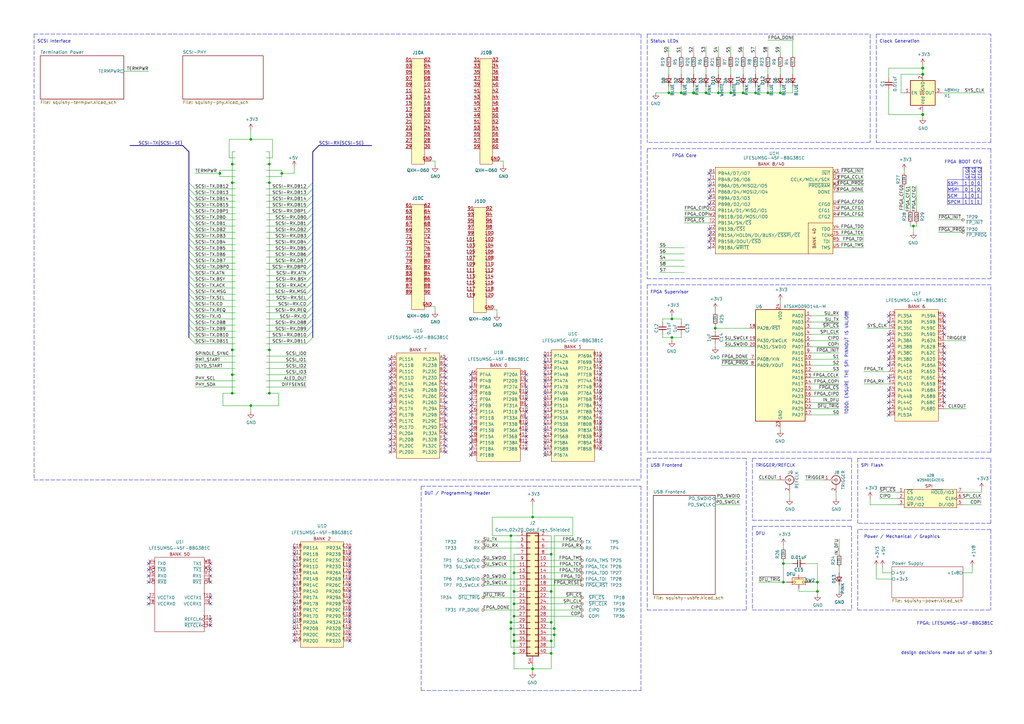
<source format=kicad_sch>
(kicad_sch (version 20211123) (generator eeschema)
  (paper "A3")
  (title_block (title "Squishy - Multitool - Root") (date "2022-01-19") (rev "2") (company "Shrine Maiden Heavy Industries") (comment 1 "License:  CERN-OHL-S") (comment 2 "© 2022 Aki 'lethalbit' Van Ness, et. al.") (comment 3 "Squishy FPGA /  Glue") (comment 4 "Squishy - SCSI multitool and gateware library"))
  (bus_alias "SCSI-SE" (members "DB[0..15]" "DBP[0..1]" "IO" "REQ" "CD" "SEL" "MSG" "RST" "ACK" "BSY" "ATN"))
  (junction (at 321.31 238.76))
  (junction (at 210.82 242.57))
  (junction (at 210.82 262.89))
  (junction (at 320.04 38.1))
  (junction (at 210.82 267.97))
  (junction (at 102.87 166.37))
  (junction (at 227.33 260.35))
  (junction (at 226.06 267.97))
  (junction (at 335.28 238.76))
  (junction (at 226.06 227.33))
  (junction (at 209.55 219.71))
  (junction (at 110.49 67.31))
  (junction (at 95.25 143.51))
  (junction (at 110.49 161.29))
  (junction (at 226.06 262.89))
  (junction (at 378.46 27.94) (diameter 1.016))
  (junction (at 309.88 38.1))
  (junction (at 289.56 38.1))
  (junction (at 115.57 71.12))
  (junction (at 209.55 255.27))
  (junction (at 90.17 71.12))
  (junction (at 210.82 234.95))
  (junction (at 95.25 74.93))
  (junction (at 102.87 57.15))
  (junction (at 110.49 143.51))
  (junction (at 294.64 38.1))
  (junction (at 95.25 153.67))
  (junction (at 374.65 92.71))
  (junction (at 275.59 138.43))
  (junction (at 226.06 255.27))
  (junction (at 279.4 38.1))
  (junction (at 210.82 260.35))
  (junction (at 378.46 30.48) (diameter 1.016))
  (junction (at 218.44 274.32))
  (junction (at 209.55 257.81))
  (junction (at 226.06 242.57))
  (junction (at 210.82 247.65))
  (junction (at 110.49 74.93))
  (junction (at 227.33 257.81))
  (junction (at 210.82 252.73))
  (junction (at 274.32 38.1))
  (junction (at 275.59 130.81))
  (junction (at 321.31 231.14))
  (junction (at 335.28 242.57))
  (junction (at 218.44 212.09))
  (junction (at 95.25 67.31))
  (junction (at 293.37 134.62))
  (junction (at 299.72 38.1))
  (junction (at 304.8 38.1))
  (junction (at 314.96 38.1))
  (junction (at 95.25 161.29))
  (junction (at 284.48 38.1) (diameter 1.016))
  (junction (at 378.46 46.99) (diameter 1.016))
  (no_connect (at 86.36 236.22))
  (no_connect (at 86.36 231.14))
  (no_connect (at 86.36 245.11))
  (no_connect (at 86.36 233.68))
  (no_connect (at 86.36 238.76))
  (no_connect (at 60.96 245.11))
  (no_connect (at 60.96 236.22))
  (no_connect (at 60.96 233.68))
  (no_connect (at 60.96 231.14))
  (no_connect (at 60.96 238.76))
  (no_connect (at 86.36 247.65))
  (no_connect (at 86.36 256.54))
  (no_connect (at 60.96 247.65))
  (no_connect (at 86.36 254))
  (no_connect (at 193.04 181.61))
  (no_connect (at 193.04 179.07))
  (no_connect (at 193.04 171.45))
  (no_connect (at 193.04 173.99))
  (no_connect (at 193.04 184.15))
  (no_connect (at 193.04 176.53))
  (no_connect (at 193.04 166.37))
  (no_connect (at 193.04 163.83))
  (no_connect (at 193.04 168.91))
  (no_connect (at 193.04 161.29))
  (no_connect (at 193.04 158.75))
  (no_connect (at 193.04 156.21))
  (no_connect (at 193.04 186.69))
  (no_connect (at 290.83 76.2))
  (no_connect (at 290.83 93.98))
  (no_connect (at 290.83 78.74))
  (no_connect (at 143.51 252.73))
  (no_connect (at 143.51 250.19))
  (no_connect (at 143.51 260.35))
  (no_connect (at 143.51 257.81))
  (no_connect (at 143.51 255.27))
  (no_connect (at 120.65 250.19))
  (no_connect (at 120.65 257.81))
  (no_connect (at 120.65 252.73))
  (no_connect (at 120.65 255.27))
  (no_connect (at 120.65 247.65))
  (no_connect (at 120.65 237.49))
  (no_connect (at 120.65 240.03))
  (no_connect (at 120.65 232.41))
  (no_connect (at 120.65 227.33))
  (no_connect (at 120.65 229.87))
  (no_connect (at 120.65 234.95))
  (no_connect (at 143.51 245.11))
  (no_connect (at 143.51 247.65))
  (no_connect (at 120.65 260.35))
  (no_connect (at 143.51 242.57))
  (no_connect (at 120.65 262.89))
  (no_connect (at 120.65 224.79))
  (no_connect (at 143.51 232.41))
  (no_connect (at 143.51 227.33))
  (no_connect (at 143.51 224.79))
  (no_connect (at 143.51 240.03))
  (no_connect (at 143.51 234.95))
  (no_connect (at 143.51 237.49))
  (no_connect (at 143.51 229.87))
  (no_connect (at 120.65 242.57))
  (no_connect (at 120.65 245.11))
  (no_connect (at 215.9 153.67))
  (no_connect (at 215.9 168.91))
  (no_connect (at 223.52 163.83))
  (no_connect (at 223.52 168.91))
  (no_connect (at 215.9 163.83))
  (no_connect (at 223.52 156.21))
  (no_connect (at 215.9 161.29))
  (no_connect (at 223.52 166.37))
  (no_connect (at 215.9 166.37))
  (no_connect (at 215.9 176.53))
  (no_connect (at 215.9 158.75))
  (no_connect (at 215.9 173.99))
  (no_connect (at 215.9 171.45))
  (no_connect (at 193.04 153.67))
  (no_connect (at 215.9 181.61))
  (no_connect (at 215.9 179.07))
  (no_connect (at 215.9 184.15))
  (no_connect (at 223.52 181.61))
  (no_connect (at 223.52 179.07))
  (no_connect (at 223.52 146.05))
  (no_connect (at 223.52 153.67))
  (no_connect (at 223.52 158.75))
  (no_connect (at 223.52 161.29))
  (no_connect (at 223.52 148.59))
  (no_connect (at 223.52 151.13))
  (no_connect (at 246.38 176.53))
  (no_connect (at 223.52 176.53))
  (no_connect (at 223.52 173.99))
  (no_connect (at 223.52 171.45))
  (no_connect (at 246.38 163.83))
  (no_connect (at 223.52 186.69))
  (no_connect (at 246.38 184.15))
  (no_connect (at 223.52 184.15))
  (no_connect (at 246.38 181.61))
  (no_connect (at 246.38 146.05))
  (no_connect (at 246.38 161.29))
  (no_connect (at 246.38 179.07))
  (no_connect (at 246.38 166.37))
  (no_connect (at 246.38 171.45))
  (no_connect (at 246.38 168.91))
  (no_connect (at 246.38 173.99))
  (no_connect (at 246.38 158.75))
  (no_connect (at 246.38 148.59))
  (no_connect (at 246.38 151.13))
  (no_connect (at 246.38 153.67))
  (no_connect (at 246.38 156.21))
  (no_connect (at 215.9 156.21))
  (no_connect (at 290.83 96.52))
  (no_connect (at 290.83 81.28))
  (no_connect (at 290.83 83.82))
  (no_connect (at 290.83 99.06))
  (no_connect (at 290.83 101.6))
  (no_connect (at 387.35 142.24))
  (no_connect (at 387.35 144.78))
  (no_connect (at 387.35 147.32))
  (no_connect (at 387.35 149.86))
  (no_connect (at 387.35 152.4))
  (no_connect (at 387.35 154.94))
  (no_connect (at 387.35 157.48))
  (no_connect (at 387.35 160.02))
  (no_connect (at 387.35 162.56))
  (no_connect (at 387.35 165.1))
  (no_connect (at 364.49 139.7))
  (no_connect (at 364.49 142.24))
  (no_connect (at 364.49 144.78))
  (no_connect (at 364.49 147.32))
  (no_connect (at 364.49 149.86))
  (no_connect (at 364.49 154.94))
  (no_connect (at 364.49 160.02))
  (no_connect (at 364.49 162.56))
  (no_connect (at 364.49 165.1))
  (no_connect (at 364.49 167.64))
  (no_connect (at 364.49 129.54))
  (no_connect (at 387.35 129.54))
  (no_connect (at 387.35 132.08))
  (no_connect (at 364.49 132.08))
  (no_connect (at 364.49 137.16))
  (no_connect (at 387.35 134.62))
  (no_connect (at 387.35 137.16))
  (no_connect (at 290.83 73.66))
  (no_connect (at 290.83 71.12))
  (no_connect (at 364.49 170.18))
  (no_connect (at 143.51 262.89))
  (no_connect (at 182.88 160.02))
  (no_connect (at 182.88 157.48))
  (no_connect (at 182.88 147.32))
  (no_connect (at 182.88 149.86))
  (no_connect (at 182.88 154.94))
  (no_connect (at 182.88 152.4))
  (no_connect (at 160.02 180.34))
  (no_connect (at 160.02 175.26))
  (no_connect (at 160.02 177.8))
  (no_connect (at 160.02 185.42))
  (no_connect (at 160.02 182.88))
  (no_connect (at 160.02 172.72))
  (no_connect (at 160.02 170.18))
  (no_connect (at 160.02 167.64))
  (no_connect (at 182.88 165.1))
  (no_connect (at 182.88 185.42))
  (no_connect (at 182.88 162.56))
  (no_connect (at 182.88 167.64))
  (no_connect (at 182.88 170.18))
  (no_connect (at 182.88 172.72))
  (no_connect (at 182.88 175.26))
  (no_connect (at 182.88 180.34))
  (no_connect (at 182.88 177.8))
  (no_connect (at 182.88 182.88))
  (no_connect (at 160.02 165.1))
  (no_connect (at 160.02 162.56))
  (no_connect (at 160.02 154.94))
  (no_connect (at 160.02 149.86))
  (no_connect (at 160.02 152.4))
  (no_connect (at 160.02 160.02))
  (no_connect (at 160.02 147.32))
  (no_connect (at 160.02 157.48))
  (bus_entry (at 77.47 97.79) (size 2.54 2.54))
  (bus_entry (at 77.47 77.47) (size 2.54 2.54))
  (bus_entry (at 77.47 113.03) (size 2.54 2.54))
  (bus_entry (at 77.47 74.93) (size 2.54 2.54))
  (bus_entry (at 128.27 110.49) (size -2.54 2.54))
  (bus_entry (at 77.47 138.43) (size 2.54 2.54))
  (bus_entry (at 77.47 102.87) (size 2.54 2.54))
  (bus_entry (at 77.47 133.35) (size 2.54 2.54))
  (bus_entry (at 77.47 107.95) (size 2.54 2.54))
  (bus_entry (at 77.47 95.25) (size 2.54 2.54))
  (bus_entry (at 77.47 110.49) (size 2.54 2.54))
  (bus_entry (at 77.47 100.33) (size 2.54 2.54))
  (bus_entry (at 128.27 123.19) (size -2.54 2.54))
  (bus_entry (at 128.27 82.55) (size -2.54 2.54))
  (bus_entry (at 128.27 125.73) (size -2.54 2.54))
  (bus_entry (at 77.47 105.41) (size 2.54 2.54))
  (bus_entry (at 128.27 130.81) (size -2.54 2.54))
  (bus_entry (at 128.27 120.65) (size -2.54 2.54))
  (bus_entry (at 77.47 85.09) (size 2.54 2.54))
  (bus_entry (at 128.27 102.87) (size -2.54 2.54))
  (bus_entry (at 77.47 120.65) (size 2.54 2.54))
  (bus_entry (at 128.27 105.41) (size -2.54 2.54))
  (bus_entry (at 77.47 80.01) (size 2.54 2.54))
  (bus_entry (at 128.27 118.11) (size -2.54 2.54))
  (bus_entry (at 77.47 128.27) (size 2.54 2.54))
  (bus_entry (at 77.47 125.73) (size 2.54 2.54))
  (bus_entry (at 77.47 115.57) (size 2.54 2.54))
  (bus_entry (at 77.47 82.55) (size 2.54 2.54))
  (bus_entry (at 77.47 123.19) (size 2.54 2.54))
  (bus_entry (at 128.27 85.09) (size -2.54 2.54))
  (bus_entry (at 128.27 74.93) (size -2.54 2.54))
  (bus_entry (at 128.27 133.35) (size -2.54 2.54))
  (bus_entry (at 77.47 135.89) (size 2.54 2.54))
  (bus_entry (at 77.47 90.17) (size 2.54 2.54))
  (bus_entry (at 128.27 92.71) (size -2.54 2.54))
  (bus_entry (at 128.27 138.43) (size -2.54 2.54))
  (bus_entry (at 128.27 107.95) (size -2.54 2.54))
  (bus_entry (at 128.27 80.01) (size -2.54 2.54))
  (bus_entry (at 128.27 97.79) (size -2.54 2.54))
  (bus_entry (at 77.47 92.71) (size 2.54 2.54))
  (bus_entry (at 77.47 130.81) (size 2.54 2.54))
  (bus_entry (at 128.27 87.63) (size -2.54 2.54))
  (bus_entry (at 128.27 113.03) (size -2.54 2.54))
  (bus_entry (at 128.27 90.17) (size -2.54 2.54))
  (bus_entry (at 128.27 95.25) (size -2.54 2.54))
  (bus_entry (at 128.27 135.89) (size -2.54 2.54))
  (bus_entry (at 77.47 87.63) (size 2.54 2.54))
  (bus_entry (at 128.27 128.27) (size -2.54 2.54))
  (bus_entry (at 128.27 115.57) (size -2.54 2.54))
  (bus_entry (at 128.27 100.33) (size -2.54 2.54))
  (bus_entry (at 128.27 77.47) (size -2.54 2.54))
  (bus_entry (at 77.47 118.11) (size 2.54 2.54))
  (wire (pts (xy 218.44 207.01) (xy 218.44 212.09)))
  (wire (pts (xy 210.82 227.33) (xy 210.82 234.95)))
  (wire (pts (xy 375.92 86.36) (xy 375.92 76.2)))
  (wire (pts (xy 344.17 96.52) (xy 354.33 96.52)))
  (wire (pts (xy 321.31 238.76) (xy 322.58 238.76)))
  (wire (pts (xy 311.15 238.76) (xy 321.31 238.76)))
  (wire (pts (xy 198.12 237.49) (xy 212.09 237.49)))
  (polyline (pts (xy 349.25 187.96) (xy 349.25 213.36)) (stroke (width 0) (type dash)))
  (wire (pts (xy 109.22 67.31) (xy 110.49 67.31)))
  (wire (pts (xy 80.01 120.65) (xy 96.52 120.65)))
  (wire (pts (xy 332.74 129.54) (xy 344.17 129.54)))
  (polyline (pts (xy 351.79 187.96) (xy 351.79 214.63)) (stroke (width 0) (type dash)))
  (polyline (pts (xy 406.4 187.96) (xy 406.4 214.63)) (stroke (width 0) (type dash)))
  (polyline (pts (xy 351.79 187.96) (xy 406.4 187.96)) (stroke (width 0) (type dash)))
  (polyline (pts (xy 406.4 214.63) (xy 351.79 214.63)) (stroke (width 0) (type dash)))
  (wire (pts (xy 109.22 151.13) (xy 125.73 151.13)))
  (wire (pts (xy 365.76 237.49) (xy 359.41 237.49)))
  (wire (pts (xy 212.09 257.81) (xy 209.55 257.81)))
  (wire (pts (xy 332.74 132.08) (xy 344.17 132.08)))
  (wire (pts (xy 80.01 148.59) (xy 96.52 148.59)))
  (wire (pts (xy 280.67 86.36) (xy 290.83 86.36)))
  (wire (pts (xy 309.88 35.56) (xy 309.88 38.1)))
  (wire (pts (xy 212.09 262.89) (xy 210.82 262.89)))
  (wire (pts (xy 293.37 140.97) (xy 293.37 142.24)))
  (wire (pts (xy 109.22 138.43) (xy 125.73 138.43)))
  (wire (pts (xy 80.01 146.05) (xy 96.52 146.05)))
  (polyline (pts (xy 406.4 60.96) (xy 406.4 114.3)) (stroke (width 0) (type dash)))
  (wire (pts (xy 212.09 234.95) (xy 210.82 234.95)))
  (wire (pts (xy 80.01 156.21) (xy 96.52 156.21)))
  (wire (pts (xy 344.17 83.82) (xy 354.33 83.82)))
  (wire (pts (xy 80.01 107.95) (xy 96.52 107.95)))
  (wire (pts (xy 80.01 128.27) (xy 96.52 128.27)))
  (wire (pts (xy 320.04 123.19) (xy 320.04 124.46)))
  (polyline (pts (xy 265.43 116.84) (xy 406.4 116.84)) (stroke (width 0) (type dash)))
  (polyline (pts (xy 262.89 13.97) (xy 262.89 196.85)) (stroke (width 0) (type dash)))
  (wire (pts (xy 212.09 227.33) (xy 210.82 227.33)))
  (wire (pts (xy 332.74 162.56) (xy 344.17 162.56)))
  (wire (pts (xy 299.72 27.94) (xy 299.72 30.48)))
  (wire (pts (xy 304.8 22.86) (xy 304.8 19.05)))
  (wire (pts (xy 293.37 135.89) (xy 293.37 134.62)))
  (wire (pts (xy 303.53 207.01) (xy 293.37 207.01)))
  (wire (pts (xy 115.57 72.39) (xy 109.22 72.39)))
  (wire (pts (xy 227.33 219.71) (xy 227.33 257.81)))
  (wire (pts (xy 279.4 130.81) (xy 279.4 132.08)))
  (wire (pts (xy 271.78 132.08) (xy 271.78 130.81)))
  (wire (pts (xy 271.78 130.81) (xy 275.59 130.81)))
  (wire (pts (xy 275.59 130.81) (xy 279.4 130.81)))
  (wire (pts (xy 344.17 76.2) (xy 354.33 76.2)))
  (wire (pts (xy 209.55 255.27) (xy 212.09 255.27)))
  (wire (pts (xy 402.59 200.66) (xy 402.59 201.93)))
  (wire (pts (xy 109.22 135.89) (xy 125.73 135.89)))
  (wire (pts (xy 80.01 151.13) (xy 96.52 151.13)))
  (wire (pts (xy 80.01 133.35) (xy 96.52 133.35)))
  (wire (pts (xy 368.3 204.47) (xy 360.68 204.47)))
  (wire (pts (xy 378.46 45.72) (xy 378.46 46.99)))
  (wire (pts (xy 198.12 229.87) (xy 212.09 229.87)))
  (polyline (pts (xy 265.43 187.96) (xy 306.07 187.96)) (stroke (width 0) (type dash)))
  (polyline (pts (xy 265.43 187.96) (xy 265.43 250.19)) (stroke (width 0) (type dash)))
  (wire (pts (xy 271.78 137.16) (xy 271.78 138.43)))
  (wire (pts (xy 271.78 138.43) (xy 275.59 138.43)))
  (polyline (pts (xy 308.61 250.19) (xy 349.25 250.19)) (stroke (width 0) (type dash)))
  (wire (pts (xy 289.56 38.1) (xy 294.64 38.1)))
  (wire (pts (xy 309.88 38.1) (xy 314.96 38.1)))
  (wire (pts (xy 314.96 38.1) (xy 320.04 38.1)))
  (wire (pts (xy 320.04 38.1) (xy 325.12 38.1)))
  (wire (pts (xy 284.48 38.1) (xy 289.56 38.1)))
  (wire (pts (xy 304.8 38.1) (xy 309.88 38.1)))
  (wire (pts (xy 294.64 38.1) (xy 299.72 38.1)))
  (wire (pts (xy 299.72 38.1) (xy 304.8 38.1)))
  (wire (pts (xy 109.22 128.27) (xy 125.73 128.27)))
  (wire (pts (xy 284.48 27.94) (xy 284.48 30.48)))
  (wire (pts (xy 80.01 140.97) (xy 96.52 140.97)))
  (wire (pts (xy 102.87 57.15) (xy 102.87 53.34)))
  (wire (pts (xy 109.22 64.77) (xy 111.76 64.77)))
  (wire (pts (xy 111.76 57.15) (xy 102.87 57.15)))
  (wire (pts (xy 111.76 64.77) (xy 111.76 57.15)))
  (wire (pts (xy 280.67 88.9) (xy 290.83 88.9)))
  (polyline (pts (xy 306.07 250.19) (xy 306.07 187.96)))
  (wire (pts (xy 80.01 87.63) (xy 96.52 87.63)))
  (wire (pts (xy 50.8 29.21) (xy 60.96 29.21)))
  (wire (pts (xy 332.74 137.16) (xy 344.17 137.16)))
  (wire (pts (xy 210.82 262.89) (xy 210.82 267.97)))
  (wire (pts (xy 364.49 46.99) (xy 364.49 36.83)))
  (wire (pts (xy 80.01 80.01) (xy 96.52 80.01)))
  (wire (pts (xy 90.17 72.39) (xy 90.17 71.12)))
  (wire (pts (xy 90.17 72.39) (xy 96.52 72.39)))
  (wire (pts (xy 90.17 71.12) (xy 90.17 69.85)))
  (wire (pts (xy 109.22 85.09) (xy 125.73 85.09)))
  (polyline (pts (xy 351.79 250.19) (xy 406.4 250.19)))
  (wire (pts (xy 368.3 201.93) (xy 360.68 201.93)))
  (wire (pts (xy 332.74 160.02) (xy 344.17 160.02)))
  (wire (pts (xy 109.22 100.33) (xy 125.73 100.33)))
  (wire (pts (xy 212.09 224.79) (xy 198.12 224.79)))
  (polyline (pts (xy 172.72 199.39) (xy 172.72 283.21)) (stroke (width 0) (type dash)))
  (wire (pts (xy 224.79 257.81) (xy 227.33 257.81)))
  (wire (pts (xy 284.48 35.56) (xy 284.48 38.1)))
  (wire (pts (xy 307.34 147.32) (xy 295.91 147.32)))
  (wire (pts (xy 361.95 234.95) (xy 365.76 234.95)))
  (wire (pts (xy 396.24 167.64) (xy 387.35 167.64)))
  (wire (pts (xy 344.17 101.6) (xy 354.33 101.6)))
  (wire (pts (xy 332.74 134.62) (xy 344.17 134.62)))
  (wire (pts (xy 378.46 27.94) (xy 378.46 30.48)))
  (wire (pts (xy 176.53 125.73) (xy 178.435 125.73)))
  (wire (pts (xy 364.49 152.4) (xy 354.33 152.4)))
  (polyline (pts (xy 265.43 60.96) (xy 265.43 114.3)) (stroke (width 0) (type dash)))
  (polyline (pts (xy 388.62 76.2) (xy 402.59 76.2)) (stroke (width 0) (type solid)))
  (wire (pts (xy 224.79 234.95) (xy 238.76 234.95)))
  (wire (pts (xy 309.88 27.94) (xy 309.88 30.48)))
  (wire (pts (xy 344.17 220.98) (xy 344.17 227.33)))
  (wire (pts (xy 344.17 165.1) (xy 332.74 165.1)))
  (wire (pts (xy 321.31 229.87) (xy 321.31 231.14)))
  (wire (pts (xy 307.34 149.86) (xy 295.91 149.86)))
  (wire (pts (xy 80.01 77.47) (xy 96.52 77.47)))
  (wire (pts (xy 109.22 146.05) (xy 125.73 146.05)))
  (wire (pts (xy 201.93 127) (xy 203.835 127)))
  (wire (pts (xy 364.49 134.62) (xy 355.6 134.62)))
  (wire (pts (xy 394.97 95.25) (xy 384.81 95.25)))
  (wire (pts (xy 224.79 222.25) (xy 238.76 222.25)))
  (wire (pts (xy 80.01 85.09) (xy 96.52 85.09)))
  (wire (pts (xy 320.04 175.26) (xy 320.04 176.53)))
  (wire (pts (xy 330.2 196.85) (xy 337.82 196.85)))
  (wire (pts (xy 80.01 95.25) (xy 96.52 95.25)))
  (wire (pts (xy 359.41 232.41) (xy 359.41 237.49)))
  (wire (pts (xy 378.46 46.99) (xy 364.49 46.99)))
  (bus (pts (xy 77.47 85.09) (xy 77.47 87.63)))
  (bus (pts (xy 77.47 82.55) (xy 77.47 85.09)))
  (bus (pts (xy 77.47 74.93) (xy 77.47 77.47)))
  (bus (pts (xy 77.47 80.01) (xy 77.47 82.55)))
  (bus (pts (xy 77.47 92.71) (xy 77.47 95.25)))
  (bus (pts (xy 77.47 90.17) (xy 77.47 92.71)))
  (bus (pts (xy 77.47 100.33) (xy 77.47 102.87)))
  (bus (pts (xy 77.47 102.87) (xy 77.47 105.41)))
  (bus (pts (xy 77.47 105.41) (xy 77.47 107.95)))
  (bus (pts (xy 77.47 107.95) (xy 77.47 110.49)))
  (bus (pts (xy 77.47 97.79) (xy 77.47 100.33)))
  (bus (pts (xy 77.47 95.25) (xy 77.47 97.79)))
  (bus (pts (xy 77.47 87.63) (xy 77.47 90.17)))
  (bus (pts (xy 77.47 62.23) (xy 77.47 74.93)))
  (bus (pts (xy 77.47 130.81) (xy 77.47 133.35)))
  (bus (pts (xy 77.47 135.89) (xy 77.47 138.43)))
  (bus (pts (xy 77.47 133.35) (xy 77.47 135.89)))
  (bus (pts (xy 77.47 128.27) (xy 77.47 130.81)))
  (bus (pts (xy 77.47 123.19) (xy 77.47 125.73)))
  (bus (pts (xy 77.47 125.73) (xy 77.47 128.27)))
  (bus (pts (xy 77.47 115.57) (xy 77.47 118.11)))
  (bus (pts (xy 77.47 118.11) (xy 77.47 120.65)))
  (bus (pts (xy 77.47 120.65) (xy 77.47 123.19)))
  (bus (pts (xy 77.47 113.03) (xy 77.47 115.57)))
  (bus (pts (xy 77.47 110.49) (xy 77.47 113.03)))
  (bus (pts (xy 77.47 77.47) (xy 77.47 80.01)))
  (wire (pts (xy 109.22 158.75) (xy 125.73 158.75)))
  (wire (pts (xy 178.435 66.04) (xy 178.435 67.945)))
  (wire (pts (xy 80.01 130.81) (xy 96.52 130.81)))
  (wire (pts (xy 332.74 154.94) (xy 344.17 154.94)))
  (wire (pts (xy 198.12 245.11) (xy 212.09 245.11)))
  (wire (pts (xy 95.25 143.51) (xy 96.52 143.51)))
  (polyline (pts (xy 13.97 13.97) (xy 13.97 196.85)) (stroke (width 0) (type dash)))
  (wire (pts (xy 227.33 260.35) (xy 227.33 265.43)))
  (polyline (pts (xy 13.97 13.97) (xy 262.89 13.97)) (stroke (width 0) (type dash)))
  (wire (pts (xy 226.06 227.33) (xy 226.06 242.57)))
  (wire (pts (xy 212.09 252.73) (xy 210.82 252.73)))
  (wire (pts (xy 344.17 86.36) (xy 354.33 86.36)))
  (wire (pts (xy 109.22 97.79) (xy 125.73 97.79)))
  (wire (pts (xy 109.22 92.71) (xy 125.73 92.71)))
  (wire (pts (xy 323.85 201.93) (xy 323.85 204.47)))
  (wire (pts (xy 201.93 219.71) (xy 201.93 212.09)))
  (wire (pts (xy 344.17 93.98) (xy 354.33 93.98)))
  (wire (pts (xy 289.56 35.56) (xy 289.56 38.1)))
  (wire (pts (xy 332.74 157.48) (xy 344.17 157.48)))
  (polyline (pts (xy 262.89 283.21) (xy 262.89 199.39)))
  (wire (pts (xy 109.22 156.21) (xy 125.73 156.21)))
  (wire (pts (xy 209.55 257.81) (xy 209.55 265.43)))
  (wire (pts (xy 314.96 35.56) (xy 314.96 38.1)))
  (wire (pts (xy 224.79 237.49) (xy 238.76 237.49)))
  (wire (pts (xy 114.3 166.37) (xy 102.87 166.37)))
  (wire (pts (xy 102.87 166.37) (xy 102.87 168.91)))
  (polyline (pts (xy 388.62 83.82) (xy 388.62 73.66)) (stroke (width 0) (type solid)))
  (polyline (pts (xy 388.62 73.66) (xy 402.59 73.66)) (stroke (width 0) (type solid)))
  (polyline (pts (xy 402.59 73.66) (xy 402.59 83.82)) (stroke (width 0) (type solid)))
  (polyline (pts (xy 402.59 83.82) (xy 388.62 83.82)) (stroke (width 0) (type solid)))
  (wire (pts (xy 330.2 231.14) (xy 335.28 231.14)))
  (wire (pts (xy 335.28 231.14) (xy 335.28 238.76)))
  (polyline (pts (xy 172.72 199.39) (xy 262.89 199.39)) (stroke (width 0) (type dash)))
  (wire (pts (xy 378.46 27.94) (xy 364.49 27.94)))
  (wire (pts (xy 95.25 143.51) (xy 95.25 153.67)))
  (wire (pts (xy 95.25 153.67) (xy 95.25 161.29)))
  (wire (pts (xy 95.25 67.31) (xy 95.25 74.93)))
  (wire (pts (xy 96.52 62.23) (xy 95.25 62.23)))
  (wire (pts (xy 95.25 62.23) (xy 95.25 67.31)))
  (wire (pts (xy 95.25 74.93) (xy 95.25 143.51)))
  (wire (pts (xy 314.96 22.86) (xy 314.96 19.05)))
  (wire (pts (xy 178.435 125.73) (xy 178.435 127.635)))
  (wire (pts (xy 344.17 78.74) (xy 354.33 78.74)))
  (wire (pts (xy 224.79 267.97) (xy 226.06 267.97)))
  (wire (pts (xy 297.18 139.7) (xy 307.34 139.7)))
  (wire (pts (xy 394.97 204.47) (xy 402.59 204.47)))
  (polyline (pts (xy 265.43 114.3) (xy 406.4 114.3)) (stroke (width 0) (type dash)))
  (wire (pts (xy 80.01 138.43) (xy 96.52 138.43)))
  (wire (pts (xy 309.88 22.86) (xy 309.88 19.05)))
  (wire (pts (xy 80.01 71.12) (xy 90.17 71.12)))
  (wire (pts (xy 224.79 250.19) (xy 238.76 250.19)))
  (wire (pts (xy 275.59 129.54) (xy 275.59 130.81)))
  (wire (pts (xy 109.22 105.41) (xy 125.73 105.41)))
  (bus (pts (xy 74.93 59.69) (xy 77.47 62.23)))
  (wire (pts (xy 210.82 247.65) (xy 210.82 252.73)))
  (wire (pts (xy 209.55 219.71) (xy 201.93 219.71)))
  (wire (pts (xy 374.65 92.71) (xy 374.65 95.25)))
  (bus (pts (xy 74.93 59.69) (xy 53.34 59.69)))
  (polyline (pts (xy 265.43 13.97) (xy 356.87 13.97)) (stroke (width 0) (type dash)))
  (polyline (pts (xy 356.87 58.42) (xy 265.43 58.42)) (stroke (width 0) (type dash)))
  (polyline (pts (xy 265.43 13.97) (xy 265.43 58.42)) (stroke (width 0) (type dash)))
  (polyline (pts (xy 356.87 13.97) (xy 356.87 58.42)) (stroke (width 0) (type dash)))
  (wire (pts (xy 109.22 130.81) (xy 125.73 130.81)))
  (wire (pts (xy 96.52 69.85) (xy 90.17 69.85)))
  (wire (pts (xy 224.79 247.65) (xy 238.76 247.65)))
  (wire (pts (xy 335.28 242.57) (xy 335.28 243.84)))
  (polyline (pts (xy 406.4 185.42) (xy 406.4 116.84)) (stroke (width 0) (type dash)))
  (wire (pts (xy 209.55 219.71) (xy 209.55 255.27)))
  (wire (pts (xy 274.32 22.86) (xy 274.32 19.05)))
  (wire (pts (xy 226.06 255.27) (xy 226.06 262.89)))
  (wire (pts (xy 95.25 74.93) (xy 96.52 74.93)))
  (wire (pts (xy 210.82 252.73) (xy 210.82 260.35)))
  (wire (pts (xy 280.67 101.6) (xy 270.51 101.6)))
  (wire (pts (xy 210.82 267.97) (xy 210.82 274.32)))
  (wire (pts (xy 294.64 27.94) (xy 294.64 30.48)))
  (wire (pts (xy 224.79 232.41) (xy 238.76 232.41)))
  (wire (pts (xy 344.17 240.03) (xy 344.17 242.57)))
  (wire (pts (xy 109.22 90.17) (xy 125.73 90.17)))
  (wire (pts (xy 332.74 238.76) (xy 335.28 238.76)))
  (wire (pts (xy 342.9 201.93) (xy 342.9 204.47)))
  (wire (pts (xy 335.28 238.76) (xy 335.28 242.57)))
  (wire (pts (xy 109.22 115.57) (xy 125.73 115.57)))
  (wire (pts (xy 226.06 262.89) (xy 226.06 267.97)))
  (wire (pts (xy 224.79 224.79) (xy 238.76 224.79)))
  (wire (pts (xy 364.49 157.48) (xy 354.33 157.48)))
  (wire (pts (xy 226.06 274.32) (xy 218.44 274.32)))
  (wire (pts (xy 204.47 66.04) (xy 206.375 66.04)))
  (wire (pts (xy 332.74 147.32) (xy 344.17 147.32)))
  (wire (pts (xy 327.66 241.3) (xy 327.66 242.57)))
  (wire (pts (xy 80.01 110.49) (xy 96.52 110.49)))
  (wire (pts (xy 304.8 35.56) (xy 304.8 38.1)))
  (polyline (pts (xy 308.61 215.9) (xy 308.61 250.19)) (stroke (width 0) (type dash)))
  (wire (pts (xy 91.44 166.37) (xy 102.87 166.37)))
  (wire (pts (xy 274.32 27.94) (xy 274.32 30.48)))
  (wire (pts (xy 293.37 133.35) (xy 293.37 134.62)))
  (wire (pts (xy 234.95 212.09) (xy 234.95 219.71)))
  (polyline (pts (xy 265.43 116.84) (xy 265.43 185.42)) (stroke (width 0) (type dash)))
  (polyline (pts (xy 308.61 187.96) (xy 349.25 187.96)) (stroke (width 0) (type dash)))
  (wire (pts (xy 320.04 27.94) (xy 320.04 30.48)))
  (wire (pts (xy 218.44 212.09) (xy 234.95 212.09)))
  (wire (pts (xy 212.09 222.25) (xy 198.12 222.25)))
  (wire (pts (xy 224.79 219.71) (xy 226.06 219.71)))
  (wire (pts (xy 109.22 102.87) (xy 125.73 102.87)))
  (wire (pts (xy 227.33 265.43) (xy 224.79 265.43)))
  (wire (pts (xy 325.12 27.94) (xy 325.12 30.48)))
  (wire (pts (xy 370.84 38.1) (xy 369.57 38.1)))
  (wire (pts (xy 356.87 207.01) (xy 368.3 207.01)))
  (wire (pts (xy 325.12 38.1) (xy 325.12 35.56)))
  (wire (pts (xy 320.04 35.56) (xy 320.04 38.1)))
  (wire (pts (xy 218.44 273.05) (xy 218.44 274.32)))
  (polyline (pts (xy 172.72 283.21) (xy 262.89 283.21)))
  (wire (pts (xy 284.48 38.1) (xy 279.4 38.1)))
  (wire (pts (xy 109.22 125.73) (xy 125.73 125.73)))
  (wire (pts (xy 110.49 161.29) (xy 110.49 143.51)))
  (wire (pts (xy 110.49 62.23) (xy 109.22 62.23)))
  (wire (pts (xy 110.49 67.31) (xy 110.49 62.23)))
  (wire (pts (xy 110.49 74.93) (xy 110.49 67.31)))
  (wire (pts (xy 110.49 143.51) (xy 110.49 74.93)))
  (wire (pts (xy 109.22 120.65) (xy 125.73 120.65)))
  (wire (pts (xy 325.12 22.86) (xy 325.12 16.51)))
  (wire (pts (xy 321.31 231.14) (xy 321.31 238.76)))
  (wire (pts (xy 321.31 231.14) (xy 325.12 231.14)))
  (polyline (pts (xy 388.62 78.74) (xy 402.59 78.74)) (stroke (width 0) (type solid)))
  (wire (pts (xy 224.79 245.11) (xy 238.76 245.11)))
  (wire (pts (xy 212.09 267.97) (xy 210.82 267.97)))
  (wire (pts (xy 198.12 250.19) (xy 212.09 250.19)))
  (wire (pts (xy 210.82 242.57) (xy 210.82 247.65)))
  (wire (pts (xy 115.57 71.12) (xy 115.57 69.85)))
  (wire (pts (xy 332.74 149.86) (xy 344.17 149.86)))
  (polyline (pts (xy 265.43 250.19) (xy 306.07 250.19)))
  (wire (pts (xy 224.79 242.57) (xy 226.06 242.57)))
  (wire (pts (xy 307.34 134.62) (xy 293.37 134.62)))
  (wire (pts (xy 224.79 240.03) (xy 238.76 240.03)))
  (wire (pts (xy 280.67 109.22) (xy 270.51 109.22)))
  (wire (pts (xy 80.01 123.19) (xy 96.52 123.19)))
  (wire (pts (xy 80.01 118.11) (xy 96.52 118.11)))
  (wire (pts (xy 344.17 71.12) (xy 354.33 71.12)))
  (wire (pts (xy 370.84 69.85) (xy 370.84 71.12)))
  (wire (pts (xy 224.79 252.73) (xy 238.76 252.73)))
  (wire (pts (xy 284.48 22.86) (xy 284.48 19.05)))
  (wire (pts (xy 109.22 133.35) (xy 125.73 133.35)))
  (wire (pts (xy 373.38 91.44) (xy 373.38 92.71)))
  (wire (pts (xy 373.38 92.71) (xy 374.65 92.71)))
  (wire (pts (xy 374.65 92.71) (xy 375.92 92.71)))
  (wire (pts (xy 375.92 92.71) (xy 375.92 91.44)))
  (wire (pts (xy 320.04 22.86) (xy 320.04 19.05)))
  (wire (pts (xy 275.59 138.43) (xy 275.59 139.7)))
  (wire (pts (xy 227.33 257.81) (xy 227.33 260.35)))
  (wire (pts (xy 344.17 73.66) (xy 354.33 73.66)))
  (wire (pts (xy 109.22 123.19) (xy 125.73 123.19)))
  (wire (pts (xy 344.17 88.9) (xy 354.33 88.9)))
  (wire (pts (xy 279.4 137.16) (xy 279.4 138.43)))
  (wire (pts (xy 279.4 138.43) (xy 275.59 138.43)))
  (wire (pts (xy 209.55 265.43) (xy 212.09 265.43)))
  (wire (pts (xy 210.82 274.32) (xy 218.44 274.32)))
  (wire (pts (xy 109.22 110.49) (xy 125.73 110.49)))
  (wire (pts (xy 80.01 135.89) (xy 96.52 135.89)))
  (wire (pts (xy 226.06 219.71) (xy 226.06 227.33)))
  (bus (pts (xy 130.81 59.69) (xy 152.4 59.69)))
  (wire (pts (xy 364.49 27.94) (xy 364.49 31.75)))
  (wire (pts (xy 378.46 26.67) (xy 378.46 27.94)))
  (wire (pts (xy 378.46 46.99) (xy 378.46 48.26)))
  (wire (pts (xy 289.56 22.86) (xy 289.56 19.05)))
  (wire (pts (xy 109.22 153.67) (xy 125.73 153.67)))
  (wire (pts (xy 80.01 115.57) (xy 96.52 115.57)))
  (wire (pts (xy 218.44 274.32) (xy 218.44 275.59)))
  (wire (pts (xy 234.95 219.71) (xy 227.33 219.71)))
  (wire (pts (xy 109.22 95.25) (xy 125.73 95.25)))
  (wire (pts (xy 394.97 234.95) (xy 398.78 234.95)))
  (wire (pts (xy 398.78 234.95) (xy 398.78 232.41)))
  (wire (pts (xy 394.97 90.17) (xy 384.81 90.17)))
  (wire (pts (xy 96.52 67.31) (xy 95.25 67.31)))
  (polyline (pts (xy 394.97 68.58) (xy 402.59 68.58)) (stroke (width 0) (type solid)))
  (polyline (pts (xy 394.97 73.66) (xy 394.97 68.58)) (stroke (width 0) (type solid)))
  (polyline (pts (xy 402.59 68.58) (xy 402.59 73.66)) (stroke (width 0) (type solid)))
  (wire (pts (xy 198.12 240.03) (xy 212.09 240.03)))
  (wire (pts (xy 396.24 139.7) (xy 387.35 139.7)))
  (wire (pts (xy 198.12 232.41) (xy 212.09 232.41)))
  (wire (pts (xy 394.97 201.93) (xy 402.59 201.93)))
  (wire (pts (xy 294.64 22.86) (xy 294.64 19.05)))
  (wire (pts (xy 93.98 57.15) (xy 102.87 57.15)))
  (wire (pts (xy 93.98 64.77) (xy 93.98 57.15)))
  (wire (pts (xy 96.52 64.77) (xy 93.98 64.77)))
  (wire (pts (xy 109.22 87.63) (xy 125.73 87.63)))
  (wire (pts (xy 80.01 97.79) (xy 96.52 97.79)))
  (wire (pts (xy 226.06 242.57) (xy 226.06 255.27)))
  (wire (pts (xy 212.09 260.35) (xy 210.82 260.35)))
  (wire (pts (xy 109.22 113.03) (xy 125.73 113.03)))
  (wire (pts (xy 109.22 148.59) (xy 125.73 148.59)))
  (wire (pts (xy 325.12 16.51) (xy 314.96 16.51)))
  (polyline (pts (xy 397.51 68.58) (xy 397.51 83.82)) (stroke (width 0) (type solid)))
  (wire (pts (xy 209.55 255.27) (xy 209.55 257.81)))
  (wire (pts (xy 289.56 27.94) (xy 289.56 30.48)))
  (wire (pts (xy 361.95 232.41) (xy 361.95 234.95)))
  (wire (pts (xy 293.37 127) (xy 293.37 128.27)))
  (wire (pts (xy 327.66 242.57) (xy 335.28 242.57)))
  (polyline (pts (xy 351.79 217.17) (xy 351.79 250.19)) (stroke (width 0) (type dash)))
  (polyline (pts (xy 406.4 217.17) (xy 406.4 250.19)) (stroke (width 0) (type dash)))
  (polyline (pts (xy 406.4 217.17) (xy 351.79 217.17)) (stroke (width 0) (type dash)))
  (wire (pts (xy 280.67 106.68) (xy 270.51 106.68)))
  (wire (pts (xy 369.57 30.48) (xy 378.46 30.48)))
  (wire (pts (xy 373.38 86.36) (xy 373.38 76.2)))
  (wire (pts (xy 80.01 125.73) (xy 96.52 125.73)))
  (wire (pts (xy 224.79 260.35) (xy 227.33 260.35)))
  (polyline (pts (xy 394.97 83.82) (xy 394.97 73.66)) (stroke (width 0) (type solid)))
  (wire (pts (xy 176.53 66.04) (xy 178.435 66.04)))
  (wire (pts (xy 274.32 38.1) (xy 279.4 38.1)))
  (wire (pts (xy 96.52 153.67) (xy 95.25 153.67)))
  (wire (pts (xy 321.31 223.52) (xy 321.31 224.79)))
  (wire (pts (xy 210.82 234.95) (xy 210.82 242.57)))
  (wire (pts (xy 369.57 38.1) (xy 369.57 30.48)))
  (wire (pts (xy 120.65 71.12) (xy 115.57 71.12)))
  (wire (pts (xy 115.57 72.39) (xy 115.57 71.12)))
  (polyline (pts (xy 406.4 58.42) (xy 406.4 13.97)) (stroke (width 0) (type dash)))
  (polyline (pts (xy 359.41 13.97) (xy 406.4 13.97)) (stroke (width 0) (type dash)))
  (polyline (pts (xy 359.41 58.42) (xy 406.4 58.42)) (stroke (width 0) (type dash)))
  (polyline (pts (xy 359.41 13.97) (xy 359.41 58.42)) (stroke (width 0) (type dash)))
  (wire (pts (xy 80.01 100.33) (xy 96.52 100.33)))
  (polyline (pts (xy 265.43 60.96) (xy 406.4 60.96)) (stroke (width 0) (type dash)))
  (wire (pts (xy 212.09 219.71) (xy 209.55 219.71)))
  (wire (pts (xy 206.375 66.04) (xy 206.375 67.945)))
  (wire (pts (xy 394.97 207.01) (xy 402.59 207.01)))
  (wire (pts (xy 224.79 262.89) (xy 226.06 262.89)))
  (wire (pts (xy 91.44 161.29) (xy 91.44 166.37)))
  (wire (pts (xy 332.74 142.24) (xy 344.17 142.24)))
  (wire (pts (xy 332.74 144.78) (xy 344.17 144.78)))
  (wire (pts (xy 109.22 69.85) (xy 115.57 69.85)))
  (wire (pts (xy 304.8 27.94) (xy 304.8 30.48)))
  (wire (pts (xy 80.01 82.55) (xy 96.52 82.55)))
  (polyline (pts (xy 400.05 68.58) (xy 400.05 83.82)) (stroke (width 0) (type solid)))
  (polyline (pts (xy 308.61 213.36) (xy 349.25 213.36)) (stroke (width 0) (type dash)))
  (wire (pts (xy 109.22 107.95) (xy 125.73 107.95)))
  (wire (pts (xy 120.65 68.58) (xy 120.65 71.12)))
  (wire (pts (xy 201.93 212.09) (xy 218.44 212.09)))
  (wire (pts (xy 386.08 38.1) (xy 403.86 38.1)))
  (wire (pts (xy 226.06 267.97) (xy 226.06 274.32)))
  (wire (pts (xy 110.49 74.93) (xy 109.22 74.93)))
  (wire (pts (xy 224.79 229.87) (xy 238.76 229.87)))
  (wire (pts (xy 297.18 142.24) (xy 307.34 142.24)))
  (wire (pts (xy 80.01 90.17) (xy 96.52 90.17)))
  (wire (pts (xy 210.82 260.35) (xy 210.82 262.89)))
  (wire (pts (xy 294.64 35.56) (xy 294.64 38.1)))
  (wire (pts (xy 268.986 38.1) (xy 274.32 38.1)))
  (wire (pts (xy 224.79 227.33) (xy 226.06 227.33)))
  (wire (pts (xy 80.01 113.03) (xy 96.52 113.03)))
  (wire (pts (xy 109.22 161.29) (xy 110.49 161.29)))
  (wire (pts (xy 110.49 161.29) (xy 114.3 161.29)))
  (wire (pts (xy 114.3 161.29) (xy 114.3 166.37)))
  (polyline (pts (xy 349.25 215.9) (xy 349.25 250.19)) (stroke (width 0) (type dash)))
  (wire (pts (xy 332.74 170.18) (xy 344.17 170.18)))
  (wire (pts (xy 280.67 104.14) (xy 270.51 104.14)))
  (wire (pts (xy 80.01 158.75) (xy 96.52 158.75)))
  (wire (pts (xy 80.01 92.71) (xy 96.52 92.71)))
  (wire (pts (xy 344.17 167.64) (xy 332.74 167.64)))
  (bus (pts (xy 128.27 92.71) (xy 128.27 95.25)))
  (bus (pts (xy 128.27 95.25) (xy 128.27 97.79)))
  (bus (pts (xy 128.27 97.79) (xy 128.27 100.33)))
  (bus (pts (xy 128.27 85.09) (xy 128.27 87.63)))
  (bus (pts (xy 128.27 87.63) (xy 128.27 90.17)))
  (bus (pts (xy 128.27 90.17) (xy 128.27 92.71)))
  (bus (pts (xy 130.81 59.69) (xy 128.27 62.23)))
  (bus (pts (xy 128.27 120.65) (xy 128.27 123.19)))
  (bus (pts (xy 128.27 123.19) (xy 128.27 125.73)))
  (bus (pts (xy 128.27 125.73) (xy 128.27 128.27)))
  (bus (pts (xy 128.27 130.81) (xy 128.27 133.35)))
  (bus (pts (xy 128.27 133.35) (xy 128.27 135.89)))
  (bus (pts (xy 128.27 135.89) (xy 128.27 138.43)))
  (bus (pts (xy 128.27 115.57) (xy 128.27 118.11)))
  (bus (pts (xy 128.27 118.11) (xy 128.27 120.65)))
  (bus (pts (xy 128.27 128.27) (xy 128.27 130.81)))
  (bus (pts (xy 128.27 105.41) (xy 128.27 107.95)))
  (bus (pts (xy 128.27 107.95) (xy 128.27 110.49)))
  (bus (pts (xy 128.27 100.33) (xy 128.27 102.87)))
  (bus (pts (xy 128.27 102.87) (xy 128.27 105.41)))
  (bus (pts (xy 128.27 110.49) (xy 128.27 113.03)))
  (bus (pts (xy 128.27 113.03) (xy 128.27 115.57)))
  (bus (pts (xy 128.27 74.93) (xy 128.27 77.47)))
  (bus (pts (xy 128.27 77.47) (xy 128.27 80.01)))
  (bus (pts (xy 128.27 82.55) (xy 128.27 85.09)))
  (bus (pts (xy 128.27 80.01) (xy 128.27 82.55)))
  (bus (pts (xy 128.27 62.23) (xy 128.27 74.93)))
  (polyline (pts (xy 308.61 187.96) (xy 308.61 213.36)) (stroke (width 0) (type dash)))
  (wire (pts (xy 279.4 22.86) (xy 279.4 19.05)))
  (polyline (pts (xy 406.4 185.42) (xy 265.43 185.42)) (stroke (width 0) (type dash)))
  (wire (pts (xy 299.72 22.86) (xy 299.72 19.05)))
  (wire (pts (xy 279.4 35.56) (xy 279.4 38.1)))
  (wire (pts (xy 280.67 91.44) (xy 290.83 91.44)))
  (wire (pts (xy 280.67 111.76) (xy 270.51 111.76)))
  (wire (pts (xy 80.01 105.41) (xy 96.52 105.41)))
  (wire (pts (xy 80.01 102.87) (xy 96.52 102.87)))
  (wire (pts (xy 299.72 35.56) (xy 299.72 38.1)))
  (wire (pts (xy 224.79 255.27) (xy 226.06 255.27)))
  (wire (pts (xy 203.835 127) (xy 203.835 128.905)))
  (wire (pts (xy 109.22 80.01) (xy 125.73 80.01)))
  (wire (pts (xy 110.49 143.51) (xy 109.22 143.51)))
  (wire (pts (xy 212.09 247.65) (xy 210.82 247.65)))
  (wire (pts (xy 332.74 139.7) (xy 344.17 139.7)))
  (wire (pts (xy 212.09 242.57) (xy 210.82 242.57)))
  (wire (pts (xy 109.22 118.11) (xy 125.73 118.11)))
  (polyline (pts (xy 308.61 215.9) (xy 349.25 215.9)) (stroke (width 0) (type dash)))
  (wire (pts (xy 344.17 99.06) (xy 354.33 99.06)))
  (wire (pts (xy 311.15 196.85) (xy 318.77 196.85)))
  (wire (pts (xy 332.74 152.4) (xy 344.17 152.4)))
  (wire (pts (xy 109.22 82.55) (xy 125.73 82.55)))
  (wire (pts (xy 279.4 27.94) (xy 279.4 30.48)))
  (wire (pts (xy 303.53 204.47) (xy 293.37 204.47)))
  (polyline (pts (xy 388.62 81.28) (xy 402.59 81.28)) (stroke (width 0) (type solid)))
  (wire (pts (xy 91.44 161.29) (xy 95.25 161.29)))
  (wire (pts (xy 95.25 161.29) (xy 96.52 161.29)))
  (wire (pts (xy 356.87 204.47) (xy 356.87 207.01)))
  (wire (pts (xy 314.96 27.94) (xy 314.96 30.48)))
  (wire (pts (xy 109.22 140.97) (xy 125.73 140.97)))
  (wire (pts (xy 344.17 232.41) (xy 344.17 234.95)))
  (wire (pts (xy 109.22 77.47) (xy 125.73 77.47)))
  (wire (pts (xy 274.32 35.56) (xy 274.32 38.1)))
  (polyline (pts (xy 13.97 196.85) (xy 262.89 196.85)) (stroke (width 0) (type dash)))
  (wire (pts (xy 370.84 86.36) (xy 370.84 76.2)))
  (text "FPGA BOOT CFG" (at 387.35 67.31 0) (effects (font (size 1.27 1.27)) (justify left bottom)))
  (text "SCSI Interface\n" (at 15.24 17.78 0) (effects (font (size 1.27 1.27)) (justify left bottom)))
  (text "TODO: ENSURE THE SPI PINNOUT IS VALID!!!" (at 347.98 170.18 90) (effects (font (size 1.27 1.27)) (justify left bottom)))
  (text "1" (at 399.415 78.74 180) (effects (font (size 1.27 1.27)) (justify right bottom)))
  (text "Power / Mechanical / Graphics" (at 354.33 220.98 0) (effects (font (size 1.27 1.27)) (justify left bottom)))
  (text "1" (at 401.955 83.82 180) (effects (font (size 1.27 1.27)) (justify right bottom)))
  (text "Status LEDs" (at 266.7 17.78 0) (effects (font (size 1.27 1.27)) (justify left bottom)))
  (text "FPGA Supervisor" (at 266.7 120.65 0) (effects (font (size 1.27 1.27)) (justify left bottom)))
  (text "1" (at 396.875 76.2 180) (effects (font (size 1.27 1.27)) (justify right bottom)))
  (text "SCM" (at 388.62 81.28 0) (effects (font (size 1.27 1.27)) (justify left bottom)))
  (text "1" (at 396.875 81.28 180) (effects (font (size 1.27 1.27)) (justify right bottom)))
  (text "MSPI\n" (at 388.62 78.74 0) (effects (font (size 1.27 1.27)) (justify left bottom)))
  (text "1" (at 399.3855 83.82 180) (effects (font (size 1.27 1.27)) (justify right bottom)))
  (text "SPCM" (at 388.62 83.82 0) (effects (font (size 1.27 1.27)) (justify left bottom)))
  (text "1" (at 396.875 83.82 180) (effects (font (size 1.27 1.27)) (justify right bottom)))
  (text "FPGA: LFE5UM5G-45F-8BG381C" (at 375.92 256.54 0) (effects (font (size 1.27 1.27)) (justify left bottom)))
  (text "Clock Generation" (at 360.68 17.78 0) (effects (font (size 1.27 1.27)) (justify left bottom)))
  (text "DFU" (at 309.88 219.71 0) (effects (font (size 1.27 1.27)) (justify left bottom)))
  (text "design decisions made out of spite: 3" (at 369.57 268.605 0) (effects (font (size 1.27 1.27)) (justify left bottom)))
  (text "0" (at 400.685 78.74 0) (effects (font (size 1.27 1.27)) (justify left bottom)))
  (text "SPI Flash" (at 353.06 191.77 0) (effects (font (size 1.27 1.27)) (justify left bottom)))
  (text "1" (at 401.955 81.28 180) (effects (font (size 1.27 1.27)) (justify right bottom)))
  (text "USB Frontend" (at 266.7 191.77 0) (effects (font (size 1.27 1.27)) (justify left bottom)))
  (text "CFG2" (at 402.59 68.58 270) (effects (font (size 1.27 1.27)) (justify right bottom)))
  (text "FPGA Core\n" (at 275.59 64.77 0) (effects (font (size 1.27 1.27)) (justify left bottom)))
  (text "CFG0" (at 397.51 68.58 270) (effects (font (size 1.27 1.27)) (justify right bottom)))
  (text "0" (at 395.605 78.74 0) (effects (font (size 1.27 1.27)) (justify left bottom)))
  (text "CFG1" (at 400.05 68.58 270) (effects (font (size 1.27 1.27)) (justify right bottom)))
  (text "0" (at 398.145 81.28 0) (effects (font (size 1.27 1.27)) (justify left bottom)))
  (text "SSPI" (at 388.62 76.2 0) (effects (font (size 1.27 1.27)) (justify left bottom)))
  (text "0" (at 398.145 76.2 0) (effects (font (size 1.27 1.27)) (justify left bottom)))
  (text "DUT / Programming Header" (at 173.99 203.2 0) (effects (font (size 1.27 1.27)) (justify left bottom)))
  (text "TRIGGER/REFCLK" (at 309.88 191.77 0) (effects (font (size 1.27 1.27)) (justify left bottom)))
  (text "0" (at 400.685 76.2 0) (effects (font (size 1.27 1.27)) (justify left bottom)))
  (label "FPGA_TCK" (at 238.76 232.41 180))
  (label "FPGA_DONE" (at 198.12 250.19 0))
  (label "PD_SWCLK" (at 198.12 240.03 0))
  (label "SYS_CLK" (at 403.86 38.1 180))
  (label "SCSI-RX.DB8" (at 125.73 133.35 180))
  (label "CIPO" (at 238.76 250.19 180))
  (label "SCSI-RX.SEL" (at 125.73 123.19 180))
  (label "FPGA_TDO" (at 354.33 93.98 180))
  (label "S2" (at 344.17 149.86 180))
  (label "SCSI-TX.DB0" (at 80.01 90.17 0))
  (label "SCSI-RX.DB9" (at 125.73 135.89 180))
  (label "FPGA_CIPO" (at 344.17 162.56 180))
  (label "SU_TX" (at 198.12 222.25 0))
  (label "SU_SWCLK" (at 297.18 139.7 0))
  (label "PD_SWDIO" (at 303.53 204.47 180))
  (label "SCSI-RX.DBP0" (at 125.73 110.49 180))
  (label "SCSI-TX.DB4" (at 80.01 100.33 0))
  (label "FPGA_CCLK" (at 344.17 154.94 180))
  (label "TRIGGER" (at 330.2 196.85 0))
  (label "FPGA_CFG1" (at 373.38 76.2 270))
  (label "S7" (at 270.51 111.76 0))
  (label "~{FPGA_INIT}" (at 344.17 144.78 180))
  (label "SCSI_ID2" (at 125.73 151.13 180))
  (label "PD_SWCLK" (at 303.53 207.01 180))
  (label "SCSI-TX.REQ" (at 80.01 128.27 0))
  (label "FPGA_COPI" (at 280.67 88.9 0))
  (label "FPGA_TMS" (at 238.76 229.87 180))
  (label "~{DFU_TRIG}" (at 311.15 238.76 0))
  (label "~{FPGA_INIT}" (at 354.33 71.12 180))
  (label "FPGA_CFG2" (at 354.33 88.9 180))
  (label "SCSI-TX.ACK" (at 80.01 118.11 0))
  (label "S8" (at 270.51 109.22 0))
  (label "SCSI-TX.DB7" (at 80.01 107.95 0))
  (label "FPGA_TDI" (at 354.33 99.06 180))
  (label "SU_RX" (at 198.12 224.79 0))
  (label "SCSI-RX.DB15" (at 125.73 85.09 180))
  (label "SCSI-RX.DB0" (at 125.73 90.17 180))
  (label "SCSI_ID3" (at 125.73 153.67 180))
  (label "SCSI-TX.DB12" (at 80.01 77.47 0))
  (label "SCSI-TX.DB3" (at 80.01 97.79 0))
  (label "FPGA_DONE" (at 295.91 147.32 0))
  (label "SCSI-RX.DB2" (at 125.73 95.25 180))
  (label "SCSI_ID0" (at 125.73 146.05 180))
  (label "SCSI-RX.CD" (at 125.73 125.73 180))
  (label "SCSI-TX.DB6" (at 80.01 105.41 0))
  (label "FPGA_RX" (at 354.33 157.48 0))
  (label "FPGA_RX" (at 238.76 224.79 180))
  (label "SU_SWDIO" (at 297.18 142.24 0))
  (label "S9" (at 320.04 19.05 270))
  (label "SCSI-RX.DB4" (at 125.73 100.33 180))
  (label "SCSI-TX.SEL" (at 80.01 123.19 0))
  (label "~{FPGA_RESET}" (at 238.76 240.03 180))
  (label "SPI_CLK" (at 344.17 137.16 180))
  (label "CLKOUT" (at 311.15 196.85 0))
  (label "DIFFSENSE" (at 125.73 158.75 180))
  (label "SCSI-TX.IO" (at 80.01 130.81 0))
  (label "~{DFU_TRIG}" (at 344.17 167.64 180))
  (label "SCSI-TX.DBP1" (at 80.01 87.63 0))
  (label "SCSI-RX.DB11" (at 125.73 140.97 180))
  (label "FPGA_DONE" (at 314.96 16.51 0))
  (label "SCSI-TX.DB15" (at 80.01 85.09 0))
  (label "PHY_SCL" (at 80.01 156.21 0))
  (label "SCSI-RX.IO" (at 125.73 130.81 180))
  (label "S6" (at 270.51 104.14 0))
  (label "SYS_CLK" (at 355.6 134.62 0))
  (label "SPINDLE_SYNC" (at 80.01 146.05 0))
  (label "CLKOUT" (at 396.24 167.64 180))
  (label "IN_DFU" (at 344.17 220.98 270))
  (label "SU_SWDIO" (at 198.12 229.87 0))
  (label "S5" (at 270.51 101.6 0))
  (label "TRIGGER" (at 396.24 139.7 180))
  (label "SU_SWCLK" (at 198.12 232.41 0))
  (label "~{FPGA_PROG}" (at 354.33 76.2 180))
  (label "SCSI-TX{SCSI-SE}" (at 74.93 59.69 180))
  (label "~{FPGA_CS}" (at 280.67 91.44 0))
  (label "SCSI-RX.DBP1" (at 125.73 87.63 180))
  (label "SCSI-RX.DB3" (at 125.73 97.79 180))
  (label "~{FPGA_PROG}" (at 295.91 149.86 0))
  (label "SCSI_ID1" (at 125.73 148.59 180))
  (label "~{FPGA_INIT}" (at 384.81 90.17 0))
  (label "FPGA_CCLK" (at 354.33 73.66 180))
  (label "SCSI-RX.DB13" (at 125.73 80.01 180))
  (label "SCSI-RX.DB1" (at 125.73 92.71 180))
  (label "SCSI-TX.DB5" (at 80.01 102.87 0))
  (label "SCSI-TX.DB14" (at 80.01 82.55 0))
  (label "FPGA_TCK" (at 354.33 96.52 180))
  (label "FPGA_DONE" (at 354.33 78.74 180))
  (label "S1" (at 279.4 19.05 270))
  (label "S1" (at 344.17 147.32 180))
  (label "~{SPI_CS}" (at 238.76 245.11 180))
  (label "SCSI-RX.DB5" (at 125.73 102.87 180))
  (label "RMT_START" (at 80.01 148.59 0))
  (label "S3" (at 289.56 19.05 270))
  (label "SCSI-RX.BSY" (at 125.73 115.57 180))
  (label "FPGA_COPI" (at 344.17 157.48 180))
  (label "SCSI-TX.CD" (at 80.01 125.73 0))
  (label "FPGA_CFG0" (at 370.84 86.36 90))
  (label "FPGA_TX" (at 354.33 152.4 0))
  (label "SCSI-TX.DB13" (at 80.01 80.01 0))
  (label "SCSI-TX.DB9" (at 80.01 135.89 0))
  (label "SCSI-RX.DB7" (at 125.73 107.95 180))
  (label "FPGA_CFG0" (at 354.33 83.82 180))
  (label "S0" (at 344.17 170.18 180))
  (label "~{SPI_CS}" (at 344.17 134.62 180))
  (label "FPGA_CIPO" (at 280.67 86.36 0))
  (label "TERMPWR" (at 60.96 29.21 180))
  (label "TERMPWR" (at 80.01 71.12 0))
  (label "COPI" (at 344.17 142.24 180))
  (label "COPI" (at 402.59 207.01 180))
  (label "DLYD_START" (at 80.01 151.13 0))
  (label "SCSI-TX.DBP0" (at 93.98 110.49 180))
  (label "SCSI-RX.ATN" (at 125.73 113.03 180))
  (label "PD_SWDIO" (at 198.12 237.49 0))
  (label "SCSI-TX.DB1" (at 80.01 92.71 0))
  (label "S8" (at 314.96 19.05 270))
  (label "SCSI-RX.ACK" (at 125.73 118.11 180))
  (label "SPI_CLK" (at 402.59 204.47 180))
  (label "S4" (at 294.64 19.05 270))
  (label "CIPO" (at 344.17 139.7 180))
  (label "SCSI-TX.BSY" (at 80.01 115.57 0))
  (label "S0" (at 274.32 19.05 270))
  (label "SCSI-RX.DB14" (at 125.73 82.55 180))
  (label "CIPO" (at 360.68 204.47 0))
  (label "~{SPI_CS}" (at 360.68 201.93 0))
  (label "SCSI-TX.DB2" (at 80.01 95.25 0))
  (label "~{DFU_TRIG}" (at 198.12 245.11 0))
  (label "~{FPGA_PROG}" (at 384.81 95.25 0))
  (label "FPGA_CFG1" (at 354.33 86.36 180))
  (label "SPI_CLK" (at 238.76 247.65 180))
  (label "SCSI-TX.DB8" (at 80.01 133.35 0))
  (label "COPI" (at 238.76 252.73 180))
  (label "SCSI-RX.DB6" (at 125.73 105.41 180))
  (label "S7" (at 309.88 19.05 270))
  (label "FPGA_CFG2" (at 375.92 76.2 270))
  (label "SU_RX" (at 344.17 129.54 180))
  (label "~{FPGA_CS}" (at 344.17 160.02 180))
  (label "PHY_SDA" (at 80.01 158.75 0))
  (label "S2" (at 284.48 19.05 270))
  (label "FPGA_TDI" (at 238.76 237.49 180))
  (label "S4" (at 270.51 106.68 0))
  (label "SCSI-RX.REQ" (at 125.73 128.27 180))
  (label "S3" (at 344.17 152.4 180))
  (label "SCSI-RX{SCSI-SE}" (at 130.81 59.69 0))
  (label "SCSI-RX.MSG" (at 125.73 120.65 180))
  (label "S5" (at 299.72 19.05 270))
  (label "SCSI-TX.ATN" (at 80.01 113.03 0))
  (label "S6" (at 304.8 19.05 270))
  (label "SCSI-RX.DB10" (at 125.73 138.43 180))
  (label "SCSI-TX.DB11" (at 80.01 140.97 0))
  (label "FPGA_TMS" (at 354.33 101.6 180))
  (label "SCSI-TX.DB10" (at 80.01 138.43 0))
  (label "FPGA_TDO" (at 238.76 234.95 180))
  (label "ALED_OUT" (at 125.73 156.21 180))
  (label "SU_TX" (at 344.17 132.08 180))
  (label "SCSI-TX.MSG" (at 80.01 120.65 0))
  (label "FPGA_TX" (at 238.76 222.25 180))
  (label "SCSI-RX.DB12" (at 125.73 77.47 180))
  (label "IN_DFU" (at 344.17 165.1 180))
  (symbol (lib_id "lethalbit-memory:W25N01GVZEIG") (at 381 200.66 0) (unit 2)
    (property "Reference" "U2" (at 381.635 194.9704 0) (effects (font (size 0.9906 0.9906))))
    (property "Value" "W25N01GVZEIG" (at 381.635 196.8754 0) (effects (font (size 0.9906 0.9906))))
    (property "Footprint" "lethalbit-memory:WSON-8-1EP-6.0x8.0mm" (effects hide))
    (property "Datasheet" "https://www.winbond.com/resource-files/w25n01gv%20revl%20050918%20unsecured.pdf" (effects hide))
    (property "MFR" "Winbond" (effects hide))
    (property "MPN" "W25N01GVZEIG TR" (effects hide))
  )
  (symbol (lib_id "Device:LED_Small") (at 279.4 33.02 90) (unit 1)
    (property "Reference" "D2" (at 277.241 33.02 0))
    (property "Value" "BLUE" (at 280.8224 36.83 0))
    (property "Footprint" "LED_SMD:LED_0603_1608Metric_Pad1.05x0.95mm_HandSolder" (effects hide))
    (property "MFR" "Wurth Electronics" (effects hide))
    (property "MPN" "150060BS75000" (effects hide))
  )
  (symbol (lib_id "Device:LED_Small") (at 289.56 33.02 90) (unit 1)
    (property "Reference" "D3" (at 287.401 33.02 0))
    (property "Value" "PINK" (at 290.9824 36.83 0))
    (property "Footprint" "LED_SMD:LED_0603_1608Metric_Pad1.05x0.95mm_HandSolder" (effects hide))
    (property "MFR" "Optosupply" (effects hide))
    (property "MPN" "OSK40603C1E" (effects hide))
  )
  (symbol (lib_id "Device:LED_Small") (at 299.72 33.02 90) (unit 1)
    (property "Reference" "D4" (at 297.561 33.02 0))
    (property "Value" "WHITE" (at 301.1424 36.83 0))
    (property "Footprint" "LED_SMD:LED_0603_1608Metric_Pad1.05x0.95mm_HandSolder" (effects hide))
    (property "MFR" "ROHM Semiconductor" (effects hide))
    (property "MPN" "SMLEN3WBC8W1" (effects hide))
  )
  (symbol (lib_id "Device:LED_Small") (at 320.04 33.02 90) (unit 1)
    (property "Reference" "D6" (at 317.881 33.02 0))
    (property "Value" "BLUE" (at 321.4624 36.83 0))
    (property "Footprint" "LED_SMD:LED_0603_1608Metric_Pad1.05x0.95mm_HandSolder" (effects hide))
    (property "MFR" "Wurth Electronics" (effects hide))
    (property "MPN" "150060BS75000" (effects hide))
  )
  (symbol (lib_id "Device:LED_Small") (at 309.88 33.02 90) (unit 1)
    (property "Reference" "D5" (at 307.721 33.02 0))
    (property "Value" "PINK" (at 311.3024 36.83 0))
    (property "Footprint" "LED_SMD:LED_0603_1608Metric_Pad1.05x0.95mm_HandSolder" (effects hide))
    (property "MFR" "Optosupply" (effects hide))
    (property "MPN" "OSK40603C1E" (effects hide))
  )
  (symbol (lib_id "Device:R_Small") (at 309.88 25.4 0) (unit 1)
    (property "Reference" "R8" (at 307.4416 25.4 90))
    (property "Value" "10k" (at 309.753 25.4 90) (effects (font (size 1 1))))
    (property "Footprint" "Resistor_SMD:R_0603_1608Metric" (effects hide))
    (property "MFR" "Vishay Dale" (effects hide))
    (property "MPN" "CRCW060310K0FKEA" (effects hide))
  )
  (symbol (lib_id "Device:R_Small") (at 289.56 25.4 0) (unit 1)
    (property "Reference" "R6" (at 287.1216 25.4 90))
    (property "Value" "10k" (at 289.433 25.4 90) (effects (font (size 1 1))))
    (property "Footprint" "Resistor_SMD:R_0603_1608Metric" (effects hide))
    (property "MFR" "Vishay Dale" (effects hide))
    (property "MPN" "CRCW060310K0FKEA" (effects hide))
  )
  (symbol (lib_id "Device:R_Small") (at 320.04 25.4 0) (unit 1)
    (property "Reference" "R9" (at 317.6016 25.4 90))
    (property "Value" "4k7" (at 319.913 25.4 90) (effects (font (size 1 1))))
    (property "Footprint" "Resistor_SMD:R_0603_1608Metric" (effects hide))
    (property "MFR" "Vishay Dale" (effects hide))
    (property "MPN" "CRCW06034K70FKEA" (effects hide))
  )
  (symbol (lib_id "Device:R_Small") (at 299.72 25.4 0) (unit 1)
    (property "Reference" "R7" (at 297.2816 25.4 90))
    (property "Value" "6k8" (at 299.593 25.4 90) (effects (font (size 1 1))))
    (property "Footprint" "Resistor_SMD:R_0603_1608Metric" (effects hide))
    (property "MFR" "Vishay Dale" (effects hide))
    (property "MPN" "CRCW06036K80FKEA" (effects hide))
  )
  (symbol (lib_id "Device:R_Small") (at 279.4 25.4 0) (unit 1)
    (property "Reference" "R5" (at 276.9616 25.4 90))
    (property "Value" "4k7" (at 279.273 25.4 90) (effects (font (size 1 1))))
    (property "Footprint" "Resistor_SMD:R_0603_1608Metric" (effects hide))
    (property "MFR" "Vishay Dale" (effects hide))
    (property "MPN" "CRCW06034K70FKEA" (effects hide))
  )
  (symbol (lib_id "Device:LED_Small") (at 325.12 33.02 90) (unit 1)
    (property "Reference" "D1" (at 322.961 33.02 0))
    (property "Value" "BLUE" (at 326.5424 36.83 0))
    (property "Footprint" "LED_SMD:LED_0603_1608Metric_Pad1.05x0.95mm_HandSolder" (effects hide))
    (property "MFR" "Wurth Electronics" (effects hide))
    (property "MPN" "150060BS75000" (effects hide))
  )
  (symbol (lib_id "Device:R_Small") (at 325.12 25.4 0) (unit 1)
    (property "Reference" "R4" (at 322.6816 25.4 90))
    (property "Value" "4k7" (at 324.993 25.4 90) (effects (font (size 1 1))))
    (property "Footprint" "Resistor_SMD:R_0603_1608Metric" (effects hide))
    (property "MFR" "Vishay Dale" (effects hide))
    (property "MPN" "CRCW06034K70FKEA" (effects hide))
  )
  (symbol (lib_id "Connector:TestPoint_Small") (at 198.12 250.19 0) (mirror y) (unit 1) (in_bom no)
    (property "Reference" "TP31" (at 187.325 250.19 0) (effects (justify left)))
    (property "Value" "FP_DONE" (at 196.85 250.19 0) (effects (justify left)))
    (property "Footprint" "TestPoint:TestPoint_Pad_D1.0mm" (effects hide))
    (property "MFR" "N/A" (effects hide))
    (property "MPN" "N/A" (effects hide))
  )
  (symbol (lib_id "Device:R_Small") (at 344.17 229.87 0) (unit 1)
    (property "Reference" "R24" (at 341.7316 229.87 90))
    (property "Value" "10k" (at 344.043 229.87 90) (effects (font (size 1 1))))
    (property "Footprint" "Resistor_SMD:R_0603_1608Metric" (effects hide))
    (property "MFR" "Vishay Dale" (effects hide))
    (property "MPN" "CRCW060310K0FKEA" (effects hide))
  )
  (symbol (lib_id "power:+3V3") (at 359.41 232.41 0) (unit 1)
    (property "Reference" "#PWR011" (effects hide))
    (property "Value" "+3V3" (at 359.791 229.2858 90) (effects (justify left)))
  )
  (symbol (lib_id "Device:R_Small") (at 375.92 88.9 0) (mirror y) (unit 1)
    (property "Reference" "R29" (at 378.3584 88.9 90))
    (property "Value" "10k" (at 376.047 88.9 90) (effects (font (size 1 1))))
    (property "Footprint" "Resistor_SMD:R_0603_1608Metric" (effects hide))
    (property "MFR" "Vishay Dale" (effects hide))
    (property "MPN" "CRCW060310K0FKEA" (effects hide))
  )
  (symbol (lib_id "power:GND") (at 323.85 204.47 0) (unit 1)
    (property "Reference" "#PWR081" (effects hide))
    (property "Value" "GND" (at 323.977 208.8642 0))
  )
  (symbol (lib_id "Connector:TestPoint_Small") (at 238.76 224.79 0) (unit 1) (in_bom no)
    (property "Reference" "TP4" (at 250.19 224.79 0) (effects (justify left)))
    (property "Value" "RX" (at 240.03 224.79 0) (effects (justify left)))
    (property "Footprint" "TestPoint:TestPoint_Pad_D1.0mm" (effects hide))
    (property "MFR" "N/A" (effects hide))
    (property "MPN" "N/A" (effects hide))
  )
  (symbol (lib_id "Device:R_Small") (at 314.96 25.4 0) (unit 1)
    (property "Reference" "R23" (at 312.5216 25.4 90))
    (property "Value" "4k7" (at 314.833 25.4 90) (effects (font (size 1 1))))
    (property "Footprint" "Resistor_SMD:R_0603_1608Metric" (effects hide))
    (property "MFR" "Vishay Dale" (effects hide))
    (property "MPN" "CRCW06034K70FKEA" (effects hide))
  )
  (symbol (lib_id "Connector:TestPoint_Small") (at 394.97 90.17 0) (unit 1)
    (property "Reference" "TP29" (at 396.1892 89.0016 0) (effects (justify left)))
    (property "Value" "~{FP_INIT}" (at 396.1892 91.313 0) (effects (justify left)))
    (property "Footprint" "TestPoint:TestPoint_Pad_D1.0mm" (effects hide))
    (property "MFR" "N/A" (effects hide))
    (property "MPN" "N/A" (effects hide))
  )
  (symbol (lib_id "lethalbit:LFE5UM5G-45F-8BG381C") (at 234.95 146.05 0) (unit 3)
    (property "Reference" "U1" (at 234.95 136.9249 0))
    (property "Value" "LFE5UM5G-45F-8BG381C" (at 234.95 139.7 0))
    (property "Footprint" "lethalbit:318caBGA" (effects hide))
    (property "Datasheet" "https://www.latticesemi.com/view_document?document_id=50461" (effects hide))
    (property "MFR" "Lattice" (effects hide))
    (property "MPN" "LFE5UM5G-45F-8BG381C" (effects hide))
  )
  (symbol (lib_id "lethalbit-connectors:QXH-060") (at 171.45 41.91 0) (unit 1)
    (property "Reference" "J10" (at 171.45 21.59 0))
    (property "Value" "QXH-060" (at 171.45 69.85 0))
    (property "Footprint" "lethalbit-connectors:QTH-060-01-X-D-RA-PGP" (effects hide))
    (property "Datasheet" "https://www.samtec.com/products/qth-060-01-f-d-ra-pgp" (effects hide))
    (property "MFR" "samtec" (effects hide))
    (property "MPN" "QTH-060-01-X-D-RA-PGP" (effects hide))
  )
  (symbol (lib_id "Connector:TestPoint_Small") (at 198.12 237.49 180) (unit 1) (in_bom no)
    (property "Reference" "TP6" (at 185.42 237.49 0) (effects (justify left)))
    (property "Value" "PD_SWDIO" (at 196.85 237.49 0) (effects (justify left)))
    (property "Footprint" "TestPoint:TestPoint_Pad_D1.0mm" (effects hide))
    (property "MFR" "N/A" (effects hide))
    (property "MPN" "N/A" (effects hide))
  )
  (symbol (lib_id "power:GND") (at 335.28 243.84 0) (unit 1)
    (property "Reference" "#PWR049" (effects hide))
    (property "Value" "GND" (at 335.407 248.2342 0))
  )
  (symbol (lib_id "Device:R_Small") (at 370.84 73.66 0) (unit 1)
    (property "Reference" "R27" (at 368.4016 73.66 90))
    (property "Value" "10k" (at 370.713 73.66 90) (effects (font (size 1 1))))
    (property "Footprint" "Resistor_SMD:R_0603_1608Metric" (effects hide))
    (property "MFR" "Vishay Dale" (effects hide))
    (property "MPN" "CRCW060310K0FKEA" (effects hide))
  )
  (symbol (lib_id "Connector:TestPoint_Small") (at 238.76 222.25 0) (unit 1) (in_bom no)
    (property "Reference" "TP5" (at 250.19 222.25 0) (effects (justify left)))
    (property "Value" "TX" (at 240.03 222.25 0) (effects (justify left)))
    (property "Footprint" "TestPoint:TestPoint_Pad_D1.0mm" (effects hide))
    (property "MFR" "N/A" (effects hide))
    (property "MPN" "N/A" (effects hide))
  )
  (symbol (lib_id "Device:C_Small") (at 293.37 138.43 0) (unit 1)
    (property "Reference" "C14" (at 295.91 138.43 90))
    (property "Value" "1uF" (at 290.83 138.43 90))
    (property "Footprint" "Capacitor_SMD:C_0603_1608Metric" (effects hide))
    (property "MFR" "Taiyo Yuden" (effects hide))
    (property "MPN" "UMK107BJ105KA-T" (effects hide))
  )
  (symbol (lib_id "power:GND") (at 374.65 95.25 0) (mirror y) (unit 1)
    (property "Reference" "#PWR0120" (effects hide))
    (property "Value" "GND" (at 374.523 99.6442 0))
  )
  (symbol (lib_id "lethalbit:LFE5UM5G-45F-8BG381C") (at 171.45 147.32 0) (unit 7)
    (property "Reference" "U1" (at 171.45 135.6348 0))
    (property "Value" "LFE5UM5G-45F-8BG381C" (at 171.45 138.4099 0))
    (property "Footprint" "lethalbit:318caBGA" (effects hide))
    (property "Datasheet" "https://www.latticesemi.com/view_document?document_id=50461" (effects hide))
    (property "MFR" "Lattice" (effects hide))
    (property "MPN" "LFE5UM5G-45F-8BG381C" (effects hide))
  )
  (symbol (lib_id "Device:R_Small") (at 304.8 25.4 0) (unit 1)
    (property "Reference" "R22" (at 302.3616 25.4 90))
    (property "Value" "10k" (at 304.673 25.4 90) (effects (font (size 1 1))))
    (property "Footprint" "Resistor_SMD:R_0603_1608Metric" (effects hide))
    (property "MFR" "Vishay Dale" (effects hide))
    (property "MPN" "CRCW060310K0FKEA" (effects hide))
  )
  (symbol (lib_id "power:+3V3") (at 370.84 69.85 0) (unit 1)
    (property "Reference" "#PWR0119" (effects hide))
    (property "Value" "+3V3" (at 368.681 65.4558 0) (effects (justify left)))
  )
  (symbol (lib_id "Connector:TestPoint_Small") (at 238.76 237.49 0) (unit 1) (in_bom no)
    (property "Reference" "TP28" (at 250.19 237.49 0) (effects (justify left)))
    (property "Value" "FPGA_TDI" (at 240.03 237.49 0) (effects (justify left)))
    (property "Footprint" "TestPoint:TestPoint_Pad_D1.0mm" (effects hide))
    (property "MFR" "N/A" (effects hide))
    (property "MPN" "N/A" (effects hide))
  )
  (symbol (lib_id "Connector:TestPoint_Small") (at 238.76 247.65 0) (unit 1) (in_bom no)
    (property "Reference" "TP19" (at 251.46 247.65 0) (effects (justify left)))
    (property "Value" "~{SPI_CLK}" (at 241.3 247.65 0) (effects (justify left)))
    (property "Footprint" "TestPoint:TestPoint_Pad_D1.0mm" (effects hide))
    (property "MFR" "N/A" (effects hide))
    (property "MPN" "N/A" (effects hide))
  )
  (symbol (lib_id "Connector:TestPoint_Small") (at 198.12 240.03 180) (unit 1) (in_bom no)
    (property "Reference" "TP7" (at 185.42 240.03 0) (effects (justify left)))
    (property "Value" "PD_SWCLK" (at 196.85 240.03 0) (effects (justify left)))
    (property "Footprint" "TestPoint:TestPoint_Pad_D1.0mm" (effects hide))
    (property "MFR" "N/A" (effects hide))
    (property "MPN" "N/A" (effects hide))
  )
  (symbol (lib_id "power:+3V3") (at 321.31 223.52 0) (unit 1)
    (property "Reference" "#PWR0114" (effects hide))
    (property "Value" "+3V3" (at 321.691 219.1258 0))
  )
  (symbol (lib_id "lethalbit-connectors:QXH-060") (at 199.39 41.91 0) (unit 2)
    (property "Reference" "J10" (at 199.39 21.59 0))
    (property "Value" "QXH-060" (at 199.39 69.85 0))
    (property "Footprint" "lethalbit-connectors:QTH-060-01-X-D-RA-PGP" (effects hide))
    (property "Datasheet" "https://www.samtec.com/products/qth-060-01-f-d-ra-pgp" (effects hide))
  )
  (symbol (lib_id "power:GND") (at 178.435 127.635 0) (unit 1)
    (property "Reference" "#PWR0131" (effects hide))
    (property "Value" "GND" (at 178.562 132.0292 0))
  )
  (symbol (lib_id "Connector:TestPoint_Small") (at 198.12 222.25 0) (mirror y) (unit 1) (in_bom no)
    (property "Reference" "TP32" (at 187.325 222.25 0) (effects (justify left)))
    (property "Value" "TX" (at 196.85 222.25 0) (effects (justify left)))
    (property "Footprint" "TestPoint:TestPoint_Pad_D1.0mm" (effects hide))
    (property "MFR" "N/A" (effects hide))
    (property "MPN" "N/A" (effects hide))
  )
  (symbol (lib_id "lethalbit:LFE5UM5G-45F-8BG381C") (at 375.92 129.54 0) (unit 6)
    (property "Reference" "U1" (at 375.92 120.4149 0))
    (property "Value" "LFE5UM5G-45F-8BG381C" (at 375.92 123.19 0))
    (property "Footprint" "lethalbit:318caBGA" (effects hide))
    (property "Datasheet" "https://www.latticesemi.com/view_document?document_id=50461" (effects hide))
    (property "MFR" "Lattice" (effects hide))
    (property "MPN" "LFE5UM5G-45F-8BG381C" (effects hide))
  )
  (symbol (lib_id "Device:R_Small") (at 274.32 25.4 0) (unit 1)
    (property "Reference" "R19" (at 271.8816 25.4 90))
    (property "Value" "4k7" (at 274.193 25.4 90) (effects (font (size 1 1))))
    (property "Footprint" "Resistor_SMD:R_0603_1608Metric" (effects hide))
    (property "MFR" "Vishay Dale" (effects hide))
    (property "MPN" "CRCW06034K70FKEA" (effects hide))
  )
  (symbol (lib_id "Device:C_Small") (at 279.4 134.62 0) (unit 1)
    (property "Reference" "C13" (at 281.94 134.62 90))
    (property "Value" "1uF" (at 276.86 134.62 90))
    (property "Footprint" "Capacitor_SMD:C_0603_1608Metric" (effects hide))
    (property "MFR" "Taiyo Yuden" (effects hide))
    (property "MPN" "UMK107BJ105KA-T" (effects hide))
  )
  (symbol (lib_id "Connector_Generic_Shielded:Conn_02x20_Odd_Even_Shielded") (at 217.17 242.57 0) (unit 1)
    (property "Reference" "J2" (at 218.44 214.5243 0))
    (property "Value" "Conn_02x20_Odd_Even_Shielded" (at 218.44 217.2994 0))
    (property "Datasheet" "https://suddendocs.samtec.com/prints/lshm-1xx-xx-xxx-dh-a-x-x-xr-mkt.pdf" (effects hide))
    (property "MFR" "Samtec" (effects hide))
    (property "MPN" "LSHM-120-01-L-DH-A-S-TR" (effects hide))
  )
  (symbol (lib_id "Device:R_Small") (at 293.37 130.81 0) (unit 1)
    (property "Reference" "R25" (at 296.0116 130.81 90))
    (property "Value" "10k" (at 293.243 130.81 90) (effects (font (size 1 1))))
    (property "Footprint" "Resistor_SMD:R_0603_1608Metric" (effects hide))
    (property "MFR" "Vishay Dale" (effects hide))
    (property "MPN" "CRCW060310K0FKEA" (effects hide))
  )
  (symbol (lib_id "power:GND") (at 342.9 204.47 0) (unit 1)
    (property "Reference" "#PWR080" (effects hide))
    (property "Value" "GND" (at 343.027 208.8642 0))
  )
  (symbol (lib_id "power:GND") (at 203.835 128.905 0) (unit 1)
    (property "Reference" "#PWR0132" (effects hide))
    (property "Value" "GND" (at 203.962 133.2992 0))
  )
  (symbol (lib_id "Device:R_Small") (at 373.38 88.9 0) (unit 1)
    (property "Reference" "R28" (at 370.9416 88.9 90))
    (property "Value" "10k" (at 373.253 88.9 90) (effects (font (size 1 1))))
    (property "Footprint" "Resistor_SMD:R_0603_1608Metric" (effects hide))
    (property "MFR" "Vishay Dale" (effects hide))
    (property "MPN" "CRCW060310K0FKEA" (effects hide))
  )
  (symbol (lib_id "Connector:TestPoint_Small") (at 238.76 252.73 0) (unit 1) (in_bom no)
    (property "Reference" "TP36" (at 251.46 252.73 0) (effects (justify left)))
    (property "Value" "COPI" (at 241.3 252.73 0) (effects (justify left)))
    (property "Footprint" "TestPoint:TestPoint_Pad_D1.0mm" (effects hide))
    (property "MFR" "N/A" (effects hide))
    (property "MPN" "N/A" (effects hide))
  )
  (symbol (lib_id "Connector:Conn_Coaxial") (at 342.9 196.85 0) (unit 1)
    (property "Reference" "J8" (at 343.154 193.802 0))
    (property "Value" "TRIGGER" (at 345.821 196.85 90))
    (property "Footprint" "lethalbit-rf:Molex_SMA_732512120" (effects hide))
    (property "Datasheet" " ~" (effects hide))
    (property "MFR" "Molex" (effects hide))
    (property "MPN" "732512120" (effects hide))
  )
  (symbol (lib_id "power:+3V3") (at 378.46 26.67 0) (unit 1)
    (property "Reference" "#PWR02" (effects hide))
    (property "Value" "+3V3" (at 378.841 22.2758 0))
  )
  (symbol (lib_id "Device:LED_Small") (at 284.48 33.02 90) (unit 1)
    (property "Reference" "D9" (at 282.321 33.02 0))
    (property "Value" "PINK" (at 285.9024 36.83 0))
    (property "Footprint" "LED_SMD:LED_0603_1608Metric_Pad1.05x0.95mm_HandSolder" (effects hide))
    (property "MFR" "Optosupply" (effects hide))
    (property "MPN" "OSK40603C1E" (effects hide))
  )
  (symbol (lib_id "power:+3V3") (at 320.04 123.19 0) (unit 1)
    (property "Reference" "#PWR0107" (effects hide))
    (property "Value" "+3V3" (at 320.421 118.7958 0))
  )
  (symbol (lib_id "Connector:TestPoint_Small") (at 238.76 232.41 0) (unit 1) (in_bom no)
    (property "Reference" "TP26" (at 250.19 232.41 0) (effects (justify left)))
    (property "Value" "FPGA_TCK" (at 240.03 232.41 0) (effects (justify left)))
    (property "Footprint" "TestPoint:TestPoint_Pad_D1.0mm" (effects hide))
    (property "MFR" "N/A" (effects hide))
    (property "MPN" "N/A" (effects hide))
  )
  (symbol (lib_id "Device:LED_Small") (at 274.32 33.02 90) (unit 1)
    (property "Reference" "D8" (at 272.161 33.02 0))
    (property "Value" "BLUE" (at 275.7424 36.83 0))
    (property "Footprint" "LED_SMD:LED_0603_1608Metric_Pad1.05x0.95mm_HandSolder" (effects hide))
    (property "MFR" "Wurth Electronics" (effects hide))
    (property "MPN" "150060BS75000" (effects hide))
  )
  (symbol (lib_id "Connector:TestPoint_Small") (at 394.97 95.25 0) (unit 1)
    (property "Reference" "TP30" (at 396.1892 94.0816 0) (effects (justify left)))
    (property "Value" "~{FP_PROG}" (at 396.1892 96.393 0) (effects (justify left)))
    (property "Footprint" "TestPoint:TestPoint_Pad_D1.0mm" (effects hide))
    (property "MFR" "N/A" (effects hide))
    (property "MPN" "N/A" (effects hide))
  )
  (symbol (lib_id "lethalbit-connectors:QXH-060") (at 171.45 101.6 0) (unit 3)
    (property "Reference" "J10" (at 171.45 81.28 0))
    (property "Value" "QXH-060" (at 171.45 129.54 0))
    (property "Footprint" "lethalbit-connectors:QTH-060-01-X-D-RA-PGP" (effects hide))
    (property "Datasheet" "https://www.samtec.com/products/qth-060-01-f-d-ra-pgp" (effects hide))
  )
  (symbol (lib_id "Device:R_Small") (at 321.31 227.33 0) (unit 1)
    (property "Reference" "R26" (at 318.8716 227.33 90))
    (property "Value" "10k" (at 321.183 227.33 90) (effects (font (size 1 1))))
    (property "Footprint" "Resistor_SMD:R_0603_1608Metric" (effects hide))
    (property "MFR" "Vishay Dale" (effects hide))
    (property "MPN" "CRCW060310K0FKEA" (effects hide))
  )
  (symbol (lib_id "power:+5V") (at 361.95 232.41 0) (unit 1)
    (property "Reference" "#PWR012" (effects hide))
    (property "Value" "+5V" (at 362.331 228.0158 90) (effects (justify left)))
  )
  (symbol (lib_id "power:+1V8") (at 398.78 232.41 0) (unit 1)
    (property "Reference" "#PWR014" (effects hide))
    (property "Value" "+1V8" (at 400.05 228.854 90) (effects (justify left bottom)))
  )
  (symbol (lib_id "power:+3V3") (at 402.59 200.66 0) (unit 1)
    (property "Reference" "#PWR09" (effects hide))
    (property "Value" "+3V3" (at 402.971 196.2658 0))
  )
  (symbol (lib_id "lethalbit:LFE5UM5G-45F-8BG381C") (at 132.08 224.79 0) (unit 4)
    (property "Reference" "U1" (at 132.08 215.6649 0))
    (property "Value" "LFE5UM5G-45F-8BG381C" (at 132.08 218.44 0))
    (property "Footprint" "lethalbit:318caBGA" (effects hide))
    (property "Datasheet" "https://www.latticesemi.com/view_document?document_id=50461" (effects hide))
    (property "MFR" "Lattice" (effects hide))
    (property "MPN" "LFE5UM5G-45F-8BG381C" (effects hide))
  )
  (symbol (lib_id "power:+5V") (at 120.65 68.58 0) (unit 1)
    (property "Reference" "#PWR022" (effects hide))
    (property "Value" "+5V" (at 122.301 65.4558 0) (effects (justify right bottom)))
  )
  (symbol (lib_id "lethalbit:LFE5UM5G-45F-8BG381C") (at 204.47 153.67 0) (unit 2)
    (property "Reference" "U1" (at 204.47 144.5449 0))
    (property "Value" "LFE5UM5G-45F-8BG381C" (at 204.47 147.32 0))
    (property "Footprint" "lethalbit:318caBGA" (effects hide))
    (property "Datasheet" "https://www.latticesemi.com/view_document?document_id=50461" (effects hide))
    (property "MFR" "Lattice" (effects hide))
    (property "MPN" "LFE5UM5G-45F-8BG381C" (effects hide))
  )
  (symbol (lib_id "lethalbit:LFE5UM5G-45F-8BG381C") (at 73.66 231.14 0) (unit 9)
    (property "Reference" "U1" (at 73.66 222.25 0))
    (property "Value" "LFE5UM5G-45F-8BG381C" (at 73.66 224.79 0))
    (property "Footprint" "lethalbit:318caBGA" (effects hide))
    (property "Datasheet" "https://www.latticesemi.com/view_document?document_id=50461" (effects hide))
    (property "MFR" "Lattice" (effects hide))
    (property "MPN" "LFE5UM5G-45F-8BG381C" (effects hide))
  )
  (symbol (lib_id "Device:C_Small") (at 364.49 34.29 0) (unit 1)
    (property "Reference" "C1" (at 361.95 34.29 90))
    (property "Value" "0.01uF" (at 367.03 34.29 90))
    (property "Footprint" "Capacitor_SMD:C_0603_1608Metric" (effects hide))
    (property "MFR" "KEMET" (effects hide))
    (property "MPN" "C0402C103K3RACTU" (effects hide))
  )
  (symbol (lib_id "Connector:TestPoint_Small") (at 238.76 250.19 0) (unit 1) (in_bom no)
    (property "Reference" "TP35" (at 251.46 250.19 0) (effects (justify left)))
    (property "Value" "CIPO" (at 241.3 250.19 0) (effects (justify left)))
    (property "Footprint" "TestPoint:TestPoint_Pad_D1.0mm" (effects hide))
    (property "MFR" "N/A" (effects hide))
    (property "MPN" "N/A" (effects hide))
  )
  (symbol (lib_id "Connector:TestPoint_Small") (at 198.12 245.11 180) (unit 1) (in_bom no)
    (property "Reference" "TP34" (at 185.42 245.11 0) (effects (justify left)))
    (property "Value" "~{DFU_TRIG}" (at 196.85 245.11 0) (effects (justify left)))
    (property "Footprint" "TestPoint:TestPoint_Pad_D1.0mm" (effects hide))
    (property "MFR" "N/A" (effects hide))
    (property "MPN" "N/A" (effects hide))
  )
  (symbol (lib_id "power:GND") (at 102.87 168.91 0) (unit 1)
    (property "Reference" "#PWR021" (effects hide))
    (property "Value" "GND" (at 102.997 173.3042 0))
  )
  (symbol (lib_id "lethalbit:LFE5UM5G-45F-8BG381C") (at 316.23 71.12 0) (unit 8)
    (property "Reference" "U1" (at 317.5 62.865 0))
    (property "Value" "LFE5UM5G-45F-8BG381C" (at 317.5 64.77 0))
    (property "Footprint" "lethalbit:318caBGA" (effects hide))
    (property "Datasheet" "https://www.latticesemi.com/view_document?document_id=50461" (effects hide))
    (property "MFR" "Lattice" (effects hide))
    (property "MPN" "LFE5UM5G-45F-8BG381C" (effects hide))
  )
  (symbol (lib_id "Connector:TestPoint_Small") (at 198.12 224.79 0) (mirror y) (unit 1) (in_bom no)
    (property "Reference" "TP33" (at 187.325 224.79 0) (effects (justify left)))
    (property "Value" "RX" (at 196.85 224.79 0) (effects (justify left)))
    (property "Footprint" "TestPoint:TestPoint_Pad_D1.0mm" (effects hide))
    (property "MFR" "N/A" (effects hide))
    (property "MPN" "N/A" (effects hide))
  )
  (symbol (lib_id "Device:R_Small") (at 294.64 25.4 0) (unit 1)
    (property "Reference" "R21" (at 292.2016 25.4 90))
    (property "Value" "6k8" (at 294.513 25.4 90) (effects (font (size 1 1))))
    (property "Footprint" "Resistor_SMD:R_0603_1608Metric" (effects hide))
    (property "MFR" "Vishay Dale" (effects hide))
    (property "MPN" "CRCW06036K80FKEA" (effects hide))
  )
  (symbol (lib_id "Connector:TestPoint_Small") (at 238.76 234.95 0) (unit 1) (in_bom no)
    (property "Reference" "TP27" (at 250.19 234.95 0) (effects (justify left)))
    (property "Value" "FPGA_TDO" (at 240.03 234.95 0) (effects (justify left)))
    (property "Footprint" "TestPoint:TestPoint_Pad_D1.0mm" (effects hide))
    (property "MFR" "N/A" (effects hide))
    (property "MPN" "N/A" (effects hide))
  )
  (symbol (lib_id "power:GND") (at 206.375 67.945 0) (unit 1)
    (property "Reference" "#PWR0129" (effects hide))
    (property "Value" "GND" (at 206.502 72.3392 0))
  )
  (symbol (lib_id "Connector:Conn_Coaxial") (at 323.85 196.85 0) (unit 1)
    (property "Reference" "J9" (at 324.104 193.802 0))
    (property "Value" "REFCLK" (at 326.771 196.85 90))
    (property "Footprint" "lethalbit-rf:Molex_SMA_732512120" (effects hide))
    (property "Datasheet" " ~" (effects hide))
    (property "MFR" "Molex" (effects hide))
    (property "MPN" "732512120" (effects hide))
  )
  (symbol (lib_id "power:+3V3") (at 275.59 129.54 0) (unit 1)
    (property "Reference" "#PWR0111" (effects hide))
    (property "Value" "+3V3" (at 275.971 125.1458 0))
  )
  (symbol (lib_id "Oscillator:ASE-xxxMHz") (at 378.46 38.1 0) (mirror x) (unit 1)
    (property "Reference" "X1" (at 387.1976 39.2684 0) (effects (justify left)))
    (property "Value" "48MHz" (at 387.1976 36.957 0) (effects (justify left)))
    (property "Footprint" "Oscillator:Oscillator_SMD_Abracon_ASE-4Pin_3.2x2.5mm" (effects hide))
    (property "Datasheet" "http://abracon.com/Oscillators/ASEMB.pdf" (effects hide))
    (property "MFR" "Abracon" (effects hide))
    (property "MPN" "ASEMB-48.000MHZ-LY-T" (effects hide))
  )
  (symbol (lib_id "Connector:TestPoint_Small") (at 238.76 229.87 0) (unit 1) (in_bom no)
    (property "Reference" "TP25" (at 250.19 229.87 0) (effects (justify left)))
    (property "Value" "FGPA_TMS" (at 240.03 229.87 0) (effects (justify left)))
    (property "Footprint" "TestPoint:TestPoint_Pad_D1.0mm" (effects hide))
    (property "MFR" "N/A" (effects hide))
    (property "MPN" "N/A" (effects hide))
  )
  (symbol (lib_id "Device:LED_Small") (at 294.64 33.02 90) (unit 1)
    (property "Reference" "D10" (at 292.481 33.02 0))
    (property "Value" "WHITE" (at 296.0624 36.83 0))
    (property "Footprint" "LED_SMD:LED_0603_1608Metric_Pad1.05x0.95mm_HandSolder" (effects hide))
    (property "MFR" "ROHM Semiconductor" (effects hide))
    (property "MPN" "SMLEN3WBC8W1" (effects hide))
  )
  (symbol (lib_id "power:GND") (at 275.59 139.7 0) (mirror y) (unit 1)
    (property "Reference" "#PWR0112" (effects hide))
    (property "Value" "GND" (at 275.463 144.0942 0))
  )
  (symbol (lib_id "power:GND") (at 293.37 142.24 0) (mirror y) (unit 1)
    (property "Reference" "#PWR0113" (effects hide))
    (property "Value" "GND" (at 293.243 146.6342 0))
  )
  (symbol (lib_id "Connector:TestPoint_Small") (at 198.12 232.41 180) (unit 1) (in_bom no)
    (property "Reference" "TP3" (at 185.42 232.41 0) (effects (justify left)))
    (property "Value" "SU_SWCLK" (at 196.85 232.41 0) (effects (justify left)))
    (property "Footprint" "TestPoint:TestPoint_Pad_D1.0mm" (effects hide))
    (property "MFR" "N/A" (effects hide))
    (property "MPN" "N/A" (effects hide))
  )
  (symbol (lib_id "Connector:TestPoint_Small") (at 198.12 229.87 180) (unit 1) (in_bom no)
    (property "Reference" "TP1" (at 185.42 229.87 0) (effects (justify left)))
    (property "Value" "SU_SWDIO" (at 196.85 229.87 0) (effects (justify left)))
    (property "Footprint" "TestPoint:TestPoint_Pad_D1.0mm" (effects hide))
    (property "MFR" "N/A" (effects hide))
    (property "MPN" "N/A" (effects hide))
  )
  (symbol (lib_id "Device:LED_Small") (at 304.8 33.02 90) (unit 1)
    (property "Reference" "D11" (at 302.641 33.02 0))
    (property "Value" "PINK" (at 306.2224 36.83 0))
    (property "Footprint" "LED_SMD:LED_0603_1608Metric_Pad1.05x0.95mm_HandSolder" (effects hide))
    (property "MFR" "Optosupply" (effects hide))
    (property "MPN" "OSK40603C1E" (effects hide))
  )
  (symbol (lib_id "power:+3V3") (at 293.37 127 0) (unit 1)
    (property "Reference" "#PWR0106" (effects hide))
    (property "Value" "+3V3" (at 293.751 122.6058 0))
  )
  (symbol (lib_id "Device:LED_Small") (at 314.96 33.02 90) (unit 1)
    (property "Reference" "D12" (at 312.801 33.02 0))
    (property "Value" "BLUE" (at 316.3824 36.83 0))
    (property "Footprint" "LED_SMD:LED_0603_1608Metric_Pad1.05x0.95mm_HandSolder" (effects hide))
    (property "MFR" "Wurth Electronics" (effects hide))
    (property "MPN" "150060BS75000" (effects hide))
  )
  (symbol (lib_id "Device:R_Small") (at 284.48 25.4 0) (unit 1)
    (property "Reference" "R20" (at 282.0416 25.4 90))
    (property "Value" "10k" (at 284.353 25.4 90) (effects (font (size 1 1))))
    (property "Footprint" "Resistor_SMD:R_0603_1608Metric" (effects hide))
    (property "MFR" "Vishay Dale" (effects hide))
    (property "MPN" "CRCW060310K0FKEA" (effects hide))
  )
  (symbol (lib_id "power:GND") (at 320.04 176.53 0) (mirror y) (unit 1)
    (property "Reference" "#PWR0108" (effects hide))
    (property "Value" "GND" (at 319.913 180.9242 0))
  )
  (symbol (lib_id "power:GND") (at 378.46 48.26 0) (unit 1)
    (property "Reference" "#PWR04" (effects hide))
    (property "Value" "GND" (at 378.587 52.6542 0))
  )
  (symbol (lib_id "power:+3V3") (at 356.87 204.47 0) (unit 1)
    (property "Reference" "#PWR010" (effects hide))
    (property "Value" "+3V3" (at 357.251 200.0758 0))
  )
  (symbol (lib_id "Device:LED_Small") (at 344.17 237.49 90) (unit 1)
    (property "Reference" "D13" (at 342.011 237.49 0))
    (property "Value" "PINK" (at 345.5924 241.3 0))
    (property "Footprint" "LED_SMD:LED_0603_1608Metric_Pad1.05x0.95mm_HandSolder" (effects hide))
    (property "MFR" "Optosupply" (effects hide))
    (property "MPN" "OSK40603C1E" (effects hide))
  )
  (symbol (lib_id "Connector:TestPoint_Small") (at 238.76 240.03 0) (unit 1) (in_bom no)
    (property "Reference" "TP23" (at 250.19 240.03 0) (effects (justify left)))
    (property "Value" "~{FPGA_RST}" (at 240.03 240.03 0) (effects (justify left)))
    (property "Footprint" "TestPoint:TestPoint_Pad_D1.0mm" (effects hide))
    (property "MFR" "N/A" (effects hide))
    (property "MPN" "N/A" (effects hide))
  )
  (symbol (lib_id "power:GND") (at 178.435 67.945 0) (unit 1)
    (property "Reference" "#PWR0130" (effects hide))
    (property "Value" "GND" (at 178.562 72.3392 0))
  )
  (symbol (lib_id "power:+3V3") (at 218.44 207.01 0) (unit 1)
    (property "Reference" "#PWR0105" (effects hide))
    (property "Value" "+3V3" (at 218.821 202.6158 0))
  )
  (symbol (lib_id "power:+3V3") (at 102.87 53.34 0) (unit 1)
    (property "Reference" "#PWR020" (effects hide))
    (property "Value" "+3V3" (at 103.251 48.9458 0))
  )
  (symbol (lib_id "Device:C_Small") (at 327.66 231.14 90) (unit 1)
    (property "Reference" "C15" (at 327.66 233.68 90))
    (property "Value" "0.01uF" (at 327.66 228.6 90))
    (property "Footprint" "Capacitor_SMD:C_0603_1608Metric" (effects hide))
    (property "MFR" "KEMET" (effects hide))
    (property "MPN" "C0402C103K3RACTU" (effects hide))
  )
  (symbol (lib_id "lethalbit-connectors:QXH-060") (at 196.85 102.87 0) (unit 4)
    (property "Reference" "J10" (at 196.85 82.55 0))
    (property "Value" "QXH-060" (at 196.85 130.81 0))
    (property "Footprint" "lethalbit-connectors:QTH-060-01-X-D-RA-PGP" (effects hide))
    (property "Datasheet" "https://www.samtec.com/products/qth-060-01-f-d-ra-pgp" (effects hide))
  )
  (symbol (lib_id "power:GND") (at 268.986 38.1 0) (mirror y) (unit 1)
    (property "Reference" "#PWR050" (effects hide))
    (property "Value" "GND" (at 268.859 42.4942 0))
  )
  (symbol (lib_id "power:GND") (at 344.17 242.57 0) (unit 1)
    (property "Reference" "#PWR051" (effects hide))
    (property "Value" "GND" (at 344.297 246.9642 0))
  )
  (symbol (lib_id "power:GND") (at 218.44 275.59 0) (mirror y) (unit 1)
    (property "Reference" "#PWR0109" (effects hide))
    (property "Value" "GND" (at 218.313 279.9842 0))
  )
  (symbol (lib_id "Connector:TestPoint_Small") (at 238.76 245.11 0) (unit 1) (in_bom no)
    (property "Reference" "TP18" (at 251.46 245.11 0) (effects (justify left)))
    (property "Value" "~{SPI_CS}" (at 241.3 245.11 0) (effects (justify left)))
    (property "Footprint" "TestPoint:TestPoint_Pad_D1.0mm" (effects hide))
    (property "MFR" "N/A" (effects hide))
    (property "MPN" "N/A" (effects hide))
  )
  (symbol (lib_id "lethalbit:SW_Push_Shield") (at 327.66 238.76 0) (mirror y) (unit 1)
    (property "Reference" "SW2" (at 330.2 238.76 0) (effects (justify right bottom)))
    (property "Value" "DFU" (at 326.39 236.22 0) (effects (justify left bottom)))
    (property "Footprint" "lethalbit:SW_Tactile_SPST_Angled_TC-1109DE" (effects hide))
    (property "MFR" "XKB Connectivity" (effects hide))
    (property "MPN" "TC-1109DE-C-D" (effects hide))
  )
  (symbol (lib_id "Device:C_Small") (at 271.78 134.62 0) (unit 1)
    (property "Reference" "C12" (at 269.24 134.62 90))
    (property "Value" "0.1uF" (at 274.32 134.62 90))
    (property "Footprint" "Capacitor_SMD:C_0603_1608Metric" (effects hide))
    (property "MFR" "KEMET" (effects hide))
    (property "MPN" "C0402C104M8PACTU" (effects hide))
  )
  (symbol (lib_id "MCU_Microchip_SAMD:ATSAMD09D14A-M") (at 320.04 149.86 0) (unit 1)
    (property "Reference" "U6" (at 309.88 125.73 0) (effects (justify left)))
    (property "Value" "ATSAMD09D14A-M" (at 321.31 125.73 0) (effects (justify left)))
    (property "Footprint" "Package_DFN_QFN:QFN-24-1EP_4x4mm_P0.5mm_EP2.6x2.6mm" (effects hide))
    (property "Datasheet" "http://ww1.microchip.com/downloads/en/DeviceDoc/Atmel-42414-SAM-D09_Datasheet.pdf" (effects hide))
    (property "MFR" "Microchip" (effects hide))
    (property "MPN" "ATSAMD09D14A-MUT" (effects hide))
  )
  (sheet (at 365.76 232.41) (size 29.21 12.7) (stroke (width 0.0006))
    (property "Sheet name" "Power Supply" (at 365.76 231.7743 0) (effects (justify left bottom)))
    (property "Sheet file" "squishy-power.kicad_sch" (at 365.76 245.6187 0) (effects (justify left top)))
    (pin "+5V" input (at 365.76 234.95 180))
    (pin "+3v3" output (at 365.76 237.49 180))
    (pin "+1v8" output (at 394.97 234.95 0))
  )
  (sheet (at 16.51 22.86) (size 34.29 17.78) (stroke (width 0.1524))
    (property "Sheet name" "Termination Power" (at 16.51 22.1484 0) (effects (justify left bottom)))
    (property "Sheet file" "squishy-termpwr.kicad_sch" (at 16.51 41.2246 0) (effects (justify left top)))
    (pin "TERMPWR" passive (at 50.8 29.21 0))
  )
  (sheet (at 267.97 203.2) (size 25.4 40.64) (stroke (width 0.1524))
    (property "Sheet name" "USB Frontend" (at 267.97 202.4884 0) (effects (justify left bottom)))
    (property "Sheet file" "squishy-usbfe.kicad_sch" (at 267.97 244.4246 0) (effects (justify left top)))
    (pin "PD_SWDIO" bidirectional (at 293.37 204.47 0))
    (pin "PD_SWCLK" input (at 293.37 207.01 0))
  )
  (sheet (at 74.93 22.86) (size 33.02 17.78) (stroke (width 0.1524))
    (property "Sheet name" "SCSI-PHY" (at 74.93 22.1484 0) (effects (justify left bottom)))
    (property "Sheet file" "squishy-phy.kicad_sch" (at 74.93 41.2246 0) (effects (justify left top)))
  )
)
</source>
